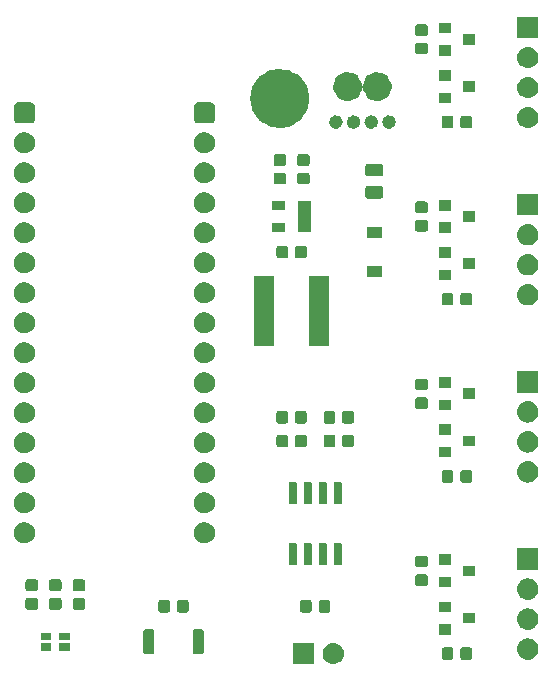
<source format=gbr>
G04 #@! TF.GenerationSoftware,KiCad,Pcbnew,(5.1.0)-1*
G04 #@! TF.CreationDate,2019-09-26T00:11:47-07:00*
G04 #@! TF.ProjectId,design,64657369-676e-42e6-9b69-6361645f7063,rev?*
G04 #@! TF.SameCoordinates,Original*
G04 #@! TF.FileFunction,Soldermask,Top*
G04 #@! TF.FilePolarity,Negative*
%FSLAX46Y46*%
G04 Gerber Fmt 4.6, Leading zero omitted, Abs format (unit mm)*
G04 Created by KiCad (PCBNEW (5.1.0)-1) date 2019-09-26 00:11:47*
%MOMM*%
%LPD*%
G04 APERTURE LIST*
%ADD10C,2.500000*%
%ADD11C,0.700000*%
%ADD12C,1.500000*%
%ADD13C,0.100000*%
G04 APERTURE END LIST*
D10*
X145250000Y-37000000D02*
G75*
G03X145250000Y-37000000I-1250000J0D01*
G01*
D11*
X149000000Y-39000000D02*
G75*
G03X149000000Y-39000000I-250000J0D01*
G01*
X150500000Y-39000000D02*
G75*
G03X150500000Y-39000000I-250000J0D01*
G01*
X152000000Y-39000000D02*
G75*
G03X152000000Y-39000000I-250000J0D01*
G01*
X153500000Y-39000000D02*
G75*
G03X153500000Y-39000000I-250000J0D01*
G01*
D12*
X150250000Y-36000000D02*
G75*
G03X150250000Y-36000000I-500000J0D01*
G01*
X152750000Y-36000000D02*
G75*
G03X152750000Y-36000000I-500000J0D01*
G01*
D13*
G36*
X148650442Y-83105518D02*
G01*
X148716627Y-83112037D01*
X148886466Y-83163557D01*
X149042991Y-83247222D01*
X149075050Y-83273532D01*
X149180186Y-83359814D01*
X149263448Y-83461271D01*
X149292778Y-83497009D01*
X149376443Y-83653534D01*
X149427963Y-83823373D01*
X149445359Y-84000000D01*
X149427963Y-84176627D01*
X149376443Y-84346466D01*
X149292778Y-84502991D01*
X149277998Y-84521000D01*
X149180186Y-84640186D01*
X149078729Y-84723448D01*
X149042991Y-84752778D01*
X148886466Y-84836443D01*
X148716627Y-84887963D01*
X148650442Y-84894482D01*
X148584260Y-84901000D01*
X148495740Y-84901000D01*
X148429558Y-84894482D01*
X148363373Y-84887963D01*
X148193534Y-84836443D01*
X148037009Y-84752778D01*
X148001271Y-84723448D01*
X147899814Y-84640186D01*
X147802002Y-84521000D01*
X147787222Y-84502991D01*
X147703557Y-84346466D01*
X147652037Y-84176627D01*
X147634641Y-84000000D01*
X147652037Y-83823373D01*
X147703557Y-83653534D01*
X147787222Y-83497009D01*
X147816552Y-83461271D01*
X147899814Y-83359814D01*
X148004950Y-83273532D01*
X148037009Y-83247222D01*
X148193534Y-83163557D01*
X148363373Y-83112037D01*
X148429558Y-83105518D01*
X148495740Y-83099000D01*
X148584260Y-83099000D01*
X148650442Y-83105518D01*
X148650442Y-83105518D01*
G37*
G36*
X146901000Y-84901000D02*
G01*
X145099000Y-84901000D01*
X145099000Y-83099000D01*
X146901000Y-83099000D01*
X146901000Y-84901000D01*
X146901000Y-84901000D01*
G37*
G36*
X160129591Y-83478085D02*
G01*
X160163569Y-83488393D01*
X160194890Y-83505134D01*
X160222339Y-83527661D01*
X160244866Y-83555110D01*
X160261607Y-83586431D01*
X160271915Y-83620409D01*
X160276000Y-83661890D01*
X160276000Y-84338110D01*
X160271915Y-84379591D01*
X160261607Y-84413569D01*
X160244866Y-84444890D01*
X160222339Y-84472339D01*
X160194890Y-84494866D01*
X160163569Y-84511607D01*
X160129591Y-84521915D01*
X160088110Y-84526000D01*
X159486890Y-84526000D01*
X159445409Y-84521915D01*
X159411431Y-84511607D01*
X159380110Y-84494866D01*
X159352661Y-84472339D01*
X159330134Y-84444890D01*
X159313393Y-84413569D01*
X159303085Y-84379591D01*
X159299000Y-84338110D01*
X159299000Y-83661890D01*
X159303085Y-83620409D01*
X159313393Y-83586431D01*
X159330134Y-83555110D01*
X159352661Y-83527661D01*
X159380110Y-83505134D01*
X159411431Y-83488393D01*
X159445409Y-83478085D01*
X159486890Y-83474000D01*
X160088110Y-83474000D01*
X160129591Y-83478085D01*
X160129591Y-83478085D01*
G37*
G36*
X158554591Y-83478085D02*
G01*
X158588569Y-83488393D01*
X158619890Y-83505134D01*
X158647339Y-83527661D01*
X158669866Y-83555110D01*
X158686607Y-83586431D01*
X158696915Y-83620409D01*
X158701000Y-83661890D01*
X158701000Y-84338110D01*
X158696915Y-84379591D01*
X158686607Y-84413569D01*
X158669866Y-84444890D01*
X158647339Y-84472339D01*
X158619890Y-84494866D01*
X158588569Y-84511607D01*
X158554591Y-84521915D01*
X158513110Y-84526000D01*
X157911890Y-84526000D01*
X157870409Y-84521915D01*
X157836431Y-84511607D01*
X157805110Y-84494866D01*
X157777661Y-84472339D01*
X157755134Y-84444890D01*
X157738393Y-84413569D01*
X157728085Y-84379591D01*
X157724000Y-84338110D01*
X157724000Y-83661890D01*
X157728085Y-83620409D01*
X157738393Y-83586431D01*
X157755134Y-83555110D01*
X157777661Y-83527661D01*
X157805110Y-83505134D01*
X157836431Y-83488393D01*
X157870409Y-83478085D01*
X157911890Y-83474000D01*
X158513110Y-83474000D01*
X158554591Y-83478085D01*
X158554591Y-83478085D01*
G37*
G36*
X165110443Y-82725519D02*
G01*
X165176627Y-82732037D01*
X165346466Y-82783557D01*
X165502991Y-82867222D01*
X165538729Y-82896552D01*
X165640186Y-82979814D01*
X165723448Y-83081271D01*
X165752778Y-83117009D01*
X165836443Y-83273534D01*
X165887963Y-83443373D01*
X165905359Y-83620000D01*
X165887963Y-83796627D01*
X165836443Y-83966466D01*
X165752778Y-84122991D01*
X165723448Y-84158729D01*
X165640186Y-84260186D01*
X165555846Y-84329401D01*
X165502991Y-84372778D01*
X165346466Y-84456443D01*
X165176627Y-84507963D01*
X165110443Y-84514481D01*
X165044260Y-84521000D01*
X164955740Y-84521000D01*
X164889557Y-84514481D01*
X164823373Y-84507963D01*
X164653534Y-84456443D01*
X164497009Y-84372778D01*
X164444154Y-84329401D01*
X164359814Y-84260186D01*
X164276552Y-84158729D01*
X164247222Y-84122991D01*
X164163557Y-83966466D01*
X164112037Y-83796627D01*
X164094641Y-83620000D01*
X164112037Y-83443373D01*
X164163557Y-83273534D01*
X164247222Y-83117009D01*
X164276552Y-83081271D01*
X164359814Y-82979814D01*
X164461271Y-82896552D01*
X164497009Y-82867222D01*
X164653534Y-82783557D01*
X164823373Y-82732037D01*
X164889557Y-82725519D01*
X164955740Y-82719000D01*
X165044260Y-82719000D01*
X165110443Y-82725519D01*
X165110443Y-82725519D01*
G37*
G36*
X133219683Y-81952725D02*
G01*
X133250143Y-81961966D01*
X133278223Y-81976974D01*
X133302831Y-81997169D01*
X133323026Y-82021777D01*
X133338034Y-82049857D01*
X133347275Y-82080317D01*
X133351000Y-82118140D01*
X133351000Y-83881860D01*
X133347275Y-83919683D01*
X133338034Y-83950143D01*
X133323026Y-83978223D01*
X133302831Y-84002831D01*
X133278223Y-84023026D01*
X133250143Y-84038034D01*
X133219683Y-84047275D01*
X133181860Y-84051000D01*
X132618140Y-84051000D01*
X132580317Y-84047275D01*
X132549857Y-84038034D01*
X132521777Y-84023026D01*
X132497169Y-84002831D01*
X132476974Y-83978223D01*
X132461966Y-83950143D01*
X132452725Y-83919683D01*
X132449000Y-83881860D01*
X132449000Y-82118140D01*
X132452725Y-82080317D01*
X132461966Y-82049857D01*
X132476974Y-82021777D01*
X132497169Y-81997169D01*
X132521777Y-81976974D01*
X132549857Y-81961966D01*
X132580317Y-81952725D01*
X132618140Y-81949000D01*
X133181860Y-81949000D01*
X133219683Y-81952725D01*
X133219683Y-81952725D01*
G37*
G36*
X137419683Y-81952725D02*
G01*
X137450143Y-81961966D01*
X137478223Y-81976974D01*
X137502831Y-81997169D01*
X137523026Y-82021777D01*
X137538034Y-82049857D01*
X137547275Y-82080317D01*
X137551000Y-82118140D01*
X137551000Y-83881860D01*
X137547275Y-83919683D01*
X137538034Y-83950143D01*
X137523026Y-83978223D01*
X137502831Y-84002831D01*
X137478223Y-84023026D01*
X137450143Y-84038034D01*
X137419683Y-84047275D01*
X137381860Y-84051000D01*
X136818140Y-84051000D01*
X136780317Y-84047275D01*
X136749857Y-84038034D01*
X136721777Y-84023026D01*
X136697169Y-84002831D01*
X136676974Y-83978223D01*
X136661966Y-83950143D01*
X136652725Y-83919683D01*
X136649000Y-83881860D01*
X136649000Y-82118140D01*
X136652725Y-82080317D01*
X136661966Y-82049857D01*
X136676974Y-82021777D01*
X136697169Y-81997169D01*
X136721777Y-81976974D01*
X136749857Y-81961966D01*
X136780317Y-81952725D01*
X136818140Y-81949000D01*
X137381860Y-81949000D01*
X137419683Y-81952725D01*
X137419683Y-81952725D01*
G37*
G36*
X126251000Y-83751000D02*
G01*
X125349000Y-83751000D01*
X125349000Y-83149000D01*
X126251000Y-83149000D01*
X126251000Y-83751000D01*
X126251000Y-83751000D01*
G37*
G36*
X124651000Y-83751000D02*
G01*
X123749000Y-83751000D01*
X123749000Y-83149000D01*
X124651000Y-83149000D01*
X124651000Y-83751000D01*
X124651000Y-83751000D01*
G37*
G36*
X124651000Y-82851000D02*
G01*
X123749000Y-82851000D01*
X123749000Y-82249000D01*
X124651000Y-82249000D01*
X124651000Y-82851000D01*
X124651000Y-82851000D01*
G37*
G36*
X126251000Y-82851000D02*
G01*
X125349000Y-82851000D01*
X125349000Y-82249000D01*
X126251000Y-82249000D01*
X126251000Y-82851000D01*
X126251000Y-82851000D01*
G37*
G36*
X158501000Y-82401000D02*
G01*
X157499000Y-82401000D01*
X157499000Y-81499000D01*
X158501000Y-81499000D01*
X158501000Y-82401000D01*
X158501000Y-82401000D01*
G37*
G36*
X165110443Y-80185519D02*
G01*
X165176627Y-80192037D01*
X165346466Y-80243557D01*
X165502991Y-80327222D01*
X165538729Y-80356552D01*
X165640186Y-80439814D01*
X165710916Y-80526000D01*
X165752778Y-80577009D01*
X165836443Y-80733534D01*
X165887963Y-80903373D01*
X165905359Y-81080000D01*
X165887963Y-81256627D01*
X165836443Y-81426466D01*
X165752778Y-81582991D01*
X165723448Y-81618729D01*
X165640186Y-81720186D01*
X165538729Y-81803448D01*
X165502991Y-81832778D01*
X165346466Y-81916443D01*
X165176627Y-81967963D01*
X165110442Y-81974482D01*
X165044260Y-81981000D01*
X164955740Y-81981000D01*
X164889558Y-81974482D01*
X164823373Y-81967963D01*
X164653534Y-81916443D01*
X164497009Y-81832778D01*
X164461271Y-81803448D01*
X164359814Y-81720186D01*
X164276552Y-81618729D01*
X164247222Y-81582991D01*
X164163557Y-81426466D01*
X164112037Y-81256627D01*
X164094641Y-81080000D01*
X164112037Y-80903373D01*
X164163557Y-80733534D01*
X164247222Y-80577009D01*
X164289084Y-80526000D01*
X164359814Y-80439814D01*
X164461271Y-80356552D01*
X164497009Y-80327222D01*
X164653534Y-80243557D01*
X164823373Y-80192037D01*
X164889557Y-80185519D01*
X164955740Y-80179000D01*
X165044260Y-80179000D01*
X165110443Y-80185519D01*
X165110443Y-80185519D01*
G37*
G36*
X160501000Y-81451000D02*
G01*
X159499000Y-81451000D01*
X159499000Y-80549000D01*
X160501000Y-80549000D01*
X160501000Y-81451000D01*
X160501000Y-81451000D01*
G37*
G36*
X148129591Y-79478085D02*
G01*
X148163569Y-79488393D01*
X148194890Y-79505134D01*
X148222339Y-79527661D01*
X148244866Y-79555110D01*
X148261607Y-79586431D01*
X148271915Y-79620409D01*
X148276000Y-79661890D01*
X148276000Y-80338110D01*
X148271915Y-80379591D01*
X148261607Y-80413569D01*
X148244866Y-80444890D01*
X148222339Y-80472339D01*
X148194890Y-80494866D01*
X148163569Y-80511607D01*
X148129591Y-80521915D01*
X148088110Y-80526000D01*
X147486890Y-80526000D01*
X147445409Y-80521915D01*
X147411431Y-80511607D01*
X147380110Y-80494866D01*
X147352661Y-80472339D01*
X147330134Y-80444890D01*
X147313393Y-80413569D01*
X147303085Y-80379591D01*
X147299000Y-80338110D01*
X147299000Y-79661890D01*
X147303085Y-79620409D01*
X147313393Y-79586431D01*
X147330134Y-79555110D01*
X147352661Y-79527661D01*
X147380110Y-79505134D01*
X147411431Y-79488393D01*
X147445409Y-79478085D01*
X147486890Y-79474000D01*
X148088110Y-79474000D01*
X148129591Y-79478085D01*
X148129591Y-79478085D01*
G37*
G36*
X134554591Y-79478085D02*
G01*
X134588569Y-79488393D01*
X134619890Y-79505134D01*
X134647339Y-79527661D01*
X134669866Y-79555110D01*
X134686607Y-79586431D01*
X134696915Y-79620409D01*
X134701000Y-79661890D01*
X134701000Y-80338110D01*
X134696915Y-80379591D01*
X134686607Y-80413569D01*
X134669866Y-80444890D01*
X134647339Y-80472339D01*
X134619890Y-80494866D01*
X134588569Y-80511607D01*
X134554591Y-80521915D01*
X134513110Y-80526000D01*
X133911890Y-80526000D01*
X133870409Y-80521915D01*
X133836431Y-80511607D01*
X133805110Y-80494866D01*
X133777661Y-80472339D01*
X133755134Y-80444890D01*
X133738393Y-80413569D01*
X133728085Y-80379591D01*
X133724000Y-80338110D01*
X133724000Y-79661890D01*
X133728085Y-79620409D01*
X133738393Y-79586431D01*
X133755134Y-79555110D01*
X133777661Y-79527661D01*
X133805110Y-79505134D01*
X133836431Y-79488393D01*
X133870409Y-79478085D01*
X133911890Y-79474000D01*
X134513110Y-79474000D01*
X134554591Y-79478085D01*
X134554591Y-79478085D01*
G37*
G36*
X136129591Y-79478085D02*
G01*
X136163569Y-79488393D01*
X136194890Y-79505134D01*
X136222339Y-79527661D01*
X136244866Y-79555110D01*
X136261607Y-79586431D01*
X136271915Y-79620409D01*
X136276000Y-79661890D01*
X136276000Y-80338110D01*
X136271915Y-80379591D01*
X136261607Y-80413569D01*
X136244866Y-80444890D01*
X136222339Y-80472339D01*
X136194890Y-80494866D01*
X136163569Y-80511607D01*
X136129591Y-80521915D01*
X136088110Y-80526000D01*
X135486890Y-80526000D01*
X135445409Y-80521915D01*
X135411431Y-80511607D01*
X135380110Y-80494866D01*
X135352661Y-80472339D01*
X135330134Y-80444890D01*
X135313393Y-80413569D01*
X135303085Y-80379591D01*
X135299000Y-80338110D01*
X135299000Y-79661890D01*
X135303085Y-79620409D01*
X135313393Y-79586431D01*
X135330134Y-79555110D01*
X135352661Y-79527661D01*
X135380110Y-79505134D01*
X135411431Y-79488393D01*
X135445409Y-79478085D01*
X135486890Y-79474000D01*
X136088110Y-79474000D01*
X136129591Y-79478085D01*
X136129591Y-79478085D01*
G37*
G36*
X146554591Y-79478085D02*
G01*
X146588569Y-79488393D01*
X146619890Y-79505134D01*
X146647339Y-79527661D01*
X146669866Y-79555110D01*
X146686607Y-79586431D01*
X146696915Y-79620409D01*
X146701000Y-79661890D01*
X146701000Y-80338110D01*
X146696915Y-80379591D01*
X146686607Y-80413569D01*
X146669866Y-80444890D01*
X146647339Y-80472339D01*
X146619890Y-80494866D01*
X146588569Y-80511607D01*
X146554591Y-80521915D01*
X146513110Y-80526000D01*
X145911890Y-80526000D01*
X145870409Y-80521915D01*
X145836431Y-80511607D01*
X145805110Y-80494866D01*
X145777661Y-80472339D01*
X145755134Y-80444890D01*
X145738393Y-80413569D01*
X145728085Y-80379591D01*
X145724000Y-80338110D01*
X145724000Y-79661890D01*
X145728085Y-79620409D01*
X145738393Y-79586431D01*
X145755134Y-79555110D01*
X145777661Y-79527661D01*
X145805110Y-79505134D01*
X145836431Y-79488393D01*
X145870409Y-79478085D01*
X145911890Y-79474000D01*
X146513110Y-79474000D01*
X146554591Y-79478085D01*
X146554591Y-79478085D01*
G37*
G36*
X158501000Y-80501000D02*
G01*
X157499000Y-80501000D01*
X157499000Y-79599000D01*
X158501000Y-79599000D01*
X158501000Y-80501000D01*
X158501000Y-80501000D01*
G37*
G36*
X125379591Y-79303085D02*
G01*
X125413569Y-79313393D01*
X125444890Y-79330134D01*
X125472339Y-79352661D01*
X125494866Y-79380110D01*
X125511607Y-79411431D01*
X125521915Y-79445409D01*
X125526000Y-79486890D01*
X125526000Y-80088110D01*
X125521915Y-80129591D01*
X125511607Y-80163569D01*
X125494866Y-80194890D01*
X125472339Y-80222339D01*
X125444890Y-80244866D01*
X125413569Y-80261607D01*
X125379591Y-80271915D01*
X125338110Y-80276000D01*
X124661890Y-80276000D01*
X124620409Y-80271915D01*
X124586431Y-80261607D01*
X124555110Y-80244866D01*
X124527661Y-80222339D01*
X124505134Y-80194890D01*
X124488393Y-80163569D01*
X124478085Y-80129591D01*
X124474000Y-80088110D01*
X124474000Y-79486890D01*
X124478085Y-79445409D01*
X124488393Y-79411431D01*
X124505134Y-79380110D01*
X124527661Y-79352661D01*
X124555110Y-79330134D01*
X124586431Y-79313393D01*
X124620409Y-79303085D01*
X124661890Y-79299000D01*
X125338110Y-79299000D01*
X125379591Y-79303085D01*
X125379591Y-79303085D01*
G37*
G36*
X123379591Y-79303085D02*
G01*
X123413569Y-79313393D01*
X123444890Y-79330134D01*
X123472339Y-79352661D01*
X123494866Y-79380110D01*
X123511607Y-79411431D01*
X123521915Y-79445409D01*
X123526000Y-79486890D01*
X123526000Y-80088110D01*
X123521915Y-80129591D01*
X123511607Y-80163569D01*
X123494866Y-80194890D01*
X123472339Y-80222339D01*
X123444890Y-80244866D01*
X123413569Y-80261607D01*
X123379591Y-80271915D01*
X123338110Y-80276000D01*
X122661890Y-80276000D01*
X122620409Y-80271915D01*
X122586431Y-80261607D01*
X122555110Y-80244866D01*
X122527661Y-80222339D01*
X122505134Y-80194890D01*
X122488393Y-80163569D01*
X122478085Y-80129591D01*
X122474000Y-80088110D01*
X122474000Y-79486890D01*
X122478085Y-79445409D01*
X122488393Y-79411431D01*
X122505134Y-79380110D01*
X122527661Y-79352661D01*
X122555110Y-79330134D01*
X122586431Y-79313393D01*
X122620409Y-79303085D01*
X122661890Y-79299000D01*
X123338110Y-79299000D01*
X123379591Y-79303085D01*
X123379591Y-79303085D01*
G37*
G36*
X127379591Y-79303085D02*
G01*
X127413569Y-79313393D01*
X127444890Y-79330134D01*
X127472339Y-79352661D01*
X127494866Y-79380110D01*
X127511607Y-79411431D01*
X127521915Y-79445409D01*
X127526000Y-79486890D01*
X127526000Y-80088110D01*
X127521915Y-80129591D01*
X127511607Y-80163569D01*
X127494866Y-80194890D01*
X127472339Y-80222339D01*
X127444890Y-80244866D01*
X127413569Y-80261607D01*
X127379591Y-80271915D01*
X127338110Y-80276000D01*
X126661890Y-80276000D01*
X126620409Y-80271915D01*
X126586431Y-80261607D01*
X126555110Y-80244866D01*
X126527661Y-80222339D01*
X126505134Y-80194890D01*
X126488393Y-80163569D01*
X126478085Y-80129591D01*
X126474000Y-80088110D01*
X126474000Y-79486890D01*
X126478085Y-79445409D01*
X126488393Y-79411431D01*
X126505134Y-79380110D01*
X126527661Y-79352661D01*
X126555110Y-79330134D01*
X126586431Y-79313393D01*
X126620409Y-79303085D01*
X126661890Y-79299000D01*
X127338110Y-79299000D01*
X127379591Y-79303085D01*
X127379591Y-79303085D01*
G37*
G36*
X165110442Y-77645518D02*
G01*
X165176627Y-77652037D01*
X165346466Y-77703557D01*
X165502991Y-77787222D01*
X165513125Y-77795539D01*
X165640186Y-77899814D01*
X165696349Y-77968250D01*
X165752778Y-78037009D01*
X165752779Y-78037011D01*
X165802265Y-78129591D01*
X165836443Y-78193534D01*
X165887963Y-78363373D01*
X165905359Y-78540000D01*
X165887963Y-78716627D01*
X165836443Y-78886466D01*
X165752778Y-79042991D01*
X165723448Y-79078729D01*
X165640186Y-79180186D01*
X165538729Y-79263448D01*
X165502991Y-79292778D01*
X165346466Y-79376443D01*
X165176627Y-79427963D01*
X165110443Y-79434481D01*
X165044260Y-79441000D01*
X164955740Y-79441000D01*
X164889557Y-79434481D01*
X164823373Y-79427963D01*
X164653534Y-79376443D01*
X164497009Y-79292778D01*
X164461271Y-79263448D01*
X164359814Y-79180186D01*
X164276552Y-79078729D01*
X164247222Y-79042991D01*
X164163557Y-78886466D01*
X164112037Y-78716627D01*
X164094641Y-78540000D01*
X164112037Y-78363373D01*
X164163557Y-78193534D01*
X164197736Y-78129591D01*
X164247221Y-78037011D01*
X164247222Y-78037009D01*
X164303651Y-77968250D01*
X164359814Y-77899814D01*
X164486875Y-77795539D01*
X164497009Y-77787222D01*
X164653534Y-77703557D01*
X164823373Y-77652037D01*
X164889558Y-77645518D01*
X164955740Y-77639000D01*
X165044260Y-77639000D01*
X165110442Y-77645518D01*
X165110442Y-77645518D01*
G37*
G36*
X123379591Y-77728085D02*
G01*
X123413569Y-77738393D01*
X123444890Y-77755134D01*
X123472339Y-77777661D01*
X123494866Y-77805110D01*
X123511607Y-77836431D01*
X123521915Y-77870409D01*
X123526000Y-77911890D01*
X123526000Y-78513110D01*
X123521915Y-78554591D01*
X123511607Y-78588569D01*
X123494866Y-78619890D01*
X123472339Y-78647339D01*
X123444890Y-78669866D01*
X123413569Y-78686607D01*
X123379591Y-78696915D01*
X123338110Y-78701000D01*
X122661890Y-78701000D01*
X122620409Y-78696915D01*
X122586431Y-78686607D01*
X122555110Y-78669866D01*
X122527661Y-78647339D01*
X122505134Y-78619890D01*
X122488393Y-78588569D01*
X122478085Y-78554591D01*
X122474000Y-78513110D01*
X122474000Y-77911890D01*
X122478085Y-77870409D01*
X122488393Y-77836431D01*
X122505134Y-77805110D01*
X122527661Y-77777661D01*
X122555110Y-77755134D01*
X122586431Y-77738393D01*
X122620409Y-77728085D01*
X122661890Y-77724000D01*
X123338110Y-77724000D01*
X123379591Y-77728085D01*
X123379591Y-77728085D01*
G37*
G36*
X125379591Y-77728085D02*
G01*
X125413569Y-77738393D01*
X125444890Y-77755134D01*
X125472339Y-77777661D01*
X125494866Y-77805110D01*
X125511607Y-77836431D01*
X125521915Y-77870409D01*
X125526000Y-77911890D01*
X125526000Y-78513110D01*
X125521915Y-78554591D01*
X125511607Y-78588569D01*
X125494866Y-78619890D01*
X125472339Y-78647339D01*
X125444890Y-78669866D01*
X125413569Y-78686607D01*
X125379591Y-78696915D01*
X125338110Y-78701000D01*
X124661890Y-78701000D01*
X124620409Y-78696915D01*
X124586431Y-78686607D01*
X124555110Y-78669866D01*
X124527661Y-78647339D01*
X124505134Y-78619890D01*
X124488393Y-78588569D01*
X124478085Y-78554591D01*
X124474000Y-78513110D01*
X124474000Y-77911890D01*
X124478085Y-77870409D01*
X124488393Y-77836431D01*
X124505134Y-77805110D01*
X124527661Y-77777661D01*
X124555110Y-77755134D01*
X124586431Y-77738393D01*
X124620409Y-77728085D01*
X124661890Y-77724000D01*
X125338110Y-77724000D01*
X125379591Y-77728085D01*
X125379591Y-77728085D01*
G37*
G36*
X127379591Y-77728085D02*
G01*
X127413569Y-77738393D01*
X127444890Y-77755134D01*
X127472339Y-77777661D01*
X127494866Y-77805110D01*
X127511607Y-77836431D01*
X127521915Y-77870409D01*
X127526000Y-77911890D01*
X127526000Y-78513110D01*
X127521915Y-78554591D01*
X127511607Y-78588569D01*
X127494866Y-78619890D01*
X127472339Y-78647339D01*
X127444890Y-78669866D01*
X127413569Y-78686607D01*
X127379591Y-78696915D01*
X127338110Y-78701000D01*
X126661890Y-78701000D01*
X126620409Y-78696915D01*
X126586431Y-78686607D01*
X126555110Y-78669866D01*
X126527661Y-78647339D01*
X126505134Y-78619890D01*
X126488393Y-78588569D01*
X126478085Y-78554591D01*
X126474000Y-78513110D01*
X126474000Y-77911890D01*
X126478085Y-77870409D01*
X126488393Y-77836431D01*
X126505134Y-77805110D01*
X126527661Y-77777661D01*
X126555110Y-77755134D01*
X126586431Y-77738393D01*
X126620409Y-77728085D01*
X126661890Y-77724000D01*
X127338110Y-77724000D01*
X127379591Y-77728085D01*
X127379591Y-77728085D01*
G37*
G36*
X158501000Y-78401000D02*
G01*
X157499000Y-78401000D01*
X157499000Y-77499000D01*
X158501000Y-77499000D01*
X158501000Y-78401000D01*
X158501000Y-78401000D01*
G37*
G36*
X156379591Y-77303085D02*
G01*
X156413569Y-77313393D01*
X156444890Y-77330134D01*
X156472339Y-77352661D01*
X156494866Y-77380110D01*
X156511607Y-77411431D01*
X156521915Y-77445409D01*
X156526000Y-77486890D01*
X156526000Y-78088110D01*
X156521915Y-78129591D01*
X156511607Y-78163569D01*
X156494866Y-78194890D01*
X156472339Y-78222339D01*
X156444890Y-78244866D01*
X156413569Y-78261607D01*
X156379591Y-78271915D01*
X156338110Y-78276000D01*
X155661890Y-78276000D01*
X155620409Y-78271915D01*
X155586431Y-78261607D01*
X155555110Y-78244866D01*
X155527661Y-78222339D01*
X155505134Y-78194890D01*
X155488393Y-78163569D01*
X155478085Y-78129591D01*
X155474000Y-78088110D01*
X155474000Y-77486890D01*
X155478085Y-77445409D01*
X155488393Y-77411431D01*
X155505134Y-77380110D01*
X155527661Y-77352661D01*
X155555110Y-77330134D01*
X155586431Y-77313393D01*
X155620409Y-77303085D01*
X155661890Y-77299000D01*
X156338110Y-77299000D01*
X156379591Y-77303085D01*
X156379591Y-77303085D01*
G37*
G36*
X160501000Y-77451000D02*
G01*
X159499000Y-77451000D01*
X159499000Y-76549000D01*
X160501000Y-76549000D01*
X160501000Y-77451000D01*
X160501000Y-77451000D01*
G37*
G36*
X165901000Y-76901000D02*
G01*
X164099000Y-76901000D01*
X164099000Y-75099000D01*
X165901000Y-75099000D01*
X165901000Y-76901000D01*
X165901000Y-76901000D01*
G37*
G36*
X156379591Y-75728085D02*
G01*
X156413569Y-75738393D01*
X156444890Y-75755134D01*
X156472339Y-75777661D01*
X156494866Y-75805110D01*
X156511607Y-75836431D01*
X156521915Y-75870409D01*
X156526000Y-75911890D01*
X156526000Y-76513110D01*
X156521915Y-76554591D01*
X156511607Y-76588569D01*
X156494866Y-76619890D01*
X156472339Y-76647339D01*
X156444890Y-76669866D01*
X156413569Y-76686607D01*
X156379591Y-76696915D01*
X156338110Y-76701000D01*
X155661890Y-76701000D01*
X155620409Y-76696915D01*
X155586431Y-76686607D01*
X155555110Y-76669866D01*
X155527661Y-76647339D01*
X155505134Y-76619890D01*
X155488393Y-76588569D01*
X155478085Y-76554591D01*
X155474000Y-76513110D01*
X155474000Y-75911890D01*
X155478085Y-75870409D01*
X155488393Y-75836431D01*
X155505134Y-75805110D01*
X155527661Y-75777661D01*
X155555110Y-75755134D01*
X155586431Y-75738393D01*
X155620409Y-75728085D01*
X155661890Y-75724000D01*
X156338110Y-75724000D01*
X156379591Y-75728085D01*
X156379591Y-75728085D01*
G37*
G36*
X145354928Y-74651764D02*
G01*
X145376009Y-74658160D01*
X145395445Y-74668548D01*
X145412476Y-74682524D01*
X145426452Y-74699555D01*
X145436840Y-74718991D01*
X145443236Y-74740072D01*
X145446000Y-74768140D01*
X145446000Y-76381860D01*
X145443236Y-76409928D01*
X145436840Y-76431009D01*
X145426452Y-76450445D01*
X145412476Y-76467476D01*
X145395445Y-76481452D01*
X145376009Y-76491840D01*
X145354928Y-76498236D01*
X145326860Y-76501000D01*
X144863140Y-76501000D01*
X144835072Y-76498236D01*
X144813991Y-76491840D01*
X144794555Y-76481452D01*
X144777524Y-76467476D01*
X144763548Y-76450445D01*
X144753160Y-76431009D01*
X144746764Y-76409928D01*
X144744000Y-76381860D01*
X144744000Y-74768140D01*
X144746764Y-74740072D01*
X144753160Y-74718991D01*
X144763548Y-74699555D01*
X144777524Y-74682524D01*
X144794555Y-74668548D01*
X144813991Y-74658160D01*
X144835072Y-74651764D01*
X144863140Y-74649000D01*
X145326860Y-74649000D01*
X145354928Y-74651764D01*
X145354928Y-74651764D01*
G37*
G36*
X158501000Y-76501000D02*
G01*
X157499000Y-76501000D01*
X157499000Y-75599000D01*
X158501000Y-75599000D01*
X158501000Y-76501000D01*
X158501000Y-76501000D01*
G37*
G36*
X146624928Y-74651764D02*
G01*
X146646009Y-74658160D01*
X146665445Y-74668548D01*
X146682476Y-74682524D01*
X146696452Y-74699555D01*
X146706840Y-74718991D01*
X146713236Y-74740072D01*
X146716000Y-74768140D01*
X146716000Y-76381860D01*
X146713236Y-76409928D01*
X146706840Y-76431009D01*
X146696452Y-76450445D01*
X146682476Y-76467476D01*
X146665445Y-76481452D01*
X146646009Y-76491840D01*
X146624928Y-76498236D01*
X146596860Y-76501000D01*
X146133140Y-76501000D01*
X146105072Y-76498236D01*
X146083991Y-76491840D01*
X146064555Y-76481452D01*
X146047524Y-76467476D01*
X146033548Y-76450445D01*
X146023160Y-76431009D01*
X146016764Y-76409928D01*
X146014000Y-76381860D01*
X146014000Y-74768140D01*
X146016764Y-74740072D01*
X146023160Y-74718991D01*
X146033548Y-74699555D01*
X146047524Y-74682524D01*
X146064555Y-74668548D01*
X146083991Y-74658160D01*
X146105072Y-74651764D01*
X146133140Y-74649000D01*
X146596860Y-74649000D01*
X146624928Y-74651764D01*
X146624928Y-74651764D01*
G37*
G36*
X149164928Y-74651764D02*
G01*
X149186009Y-74658160D01*
X149205445Y-74668548D01*
X149222476Y-74682524D01*
X149236452Y-74699555D01*
X149246840Y-74718991D01*
X149253236Y-74740072D01*
X149256000Y-74768140D01*
X149256000Y-76381860D01*
X149253236Y-76409928D01*
X149246840Y-76431009D01*
X149236452Y-76450445D01*
X149222476Y-76467476D01*
X149205445Y-76481452D01*
X149186009Y-76491840D01*
X149164928Y-76498236D01*
X149136860Y-76501000D01*
X148673140Y-76501000D01*
X148645072Y-76498236D01*
X148623991Y-76491840D01*
X148604555Y-76481452D01*
X148587524Y-76467476D01*
X148573548Y-76450445D01*
X148563160Y-76431009D01*
X148556764Y-76409928D01*
X148554000Y-76381860D01*
X148554000Y-74768140D01*
X148556764Y-74740072D01*
X148563160Y-74718991D01*
X148573548Y-74699555D01*
X148587524Y-74682524D01*
X148604555Y-74668548D01*
X148623991Y-74658160D01*
X148645072Y-74651764D01*
X148673140Y-74649000D01*
X149136860Y-74649000D01*
X149164928Y-74651764D01*
X149164928Y-74651764D01*
G37*
G36*
X147894928Y-74651764D02*
G01*
X147916009Y-74658160D01*
X147935445Y-74668548D01*
X147952476Y-74682524D01*
X147966452Y-74699555D01*
X147976840Y-74718991D01*
X147983236Y-74740072D01*
X147986000Y-74768140D01*
X147986000Y-76381860D01*
X147983236Y-76409928D01*
X147976840Y-76431009D01*
X147966452Y-76450445D01*
X147952476Y-76467476D01*
X147935445Y-76481452D01*
X147916009Y-76491840D01*
X147894928Y-76498236D01*
X147866860Y-76501000D01*
X147403140Y-76501000D01*
X147375072Y-76498236D01*
X147353991Y-76491840D01*
X147334555Y-76481452D01*
X147317524Y-76467476D01*
X147303548Y-76450445D01*
X147293160Y-76431009D01*
X147286764Y-76409928D01*
X147284000Y-76381860D01*
X147284000Y-74768140D01*
X147286764Y-74740072D01*
X147293160Y-74718991D01*
X147303548Y-74699555D01*
X147317524Y-74682524D01*
X147334555Y-74668548D01*
X147353991Y-74658160D01*
X147375072Y-74651764D01*
X147403140Y-74649000D01*
X147866860Y-74649000D01*
X147894928Y-74651764D01*
X147894928Y-74651764D01*
G37*
G36*
X137733512Y-72883927D02*
G01*
X137882812Y-72913624D01*
X138046784Y-72981544D01*
X138194354Y-73080147D01*
X138319853Y-73205646D01*
X138418456Y-73353216D01*
X138486376Y-73517188D01*
X138521000Y-73691259D01*
X138521000Y-73868741D01*
X138486376Y-74042812D01*
X138418456Y-74206784D01*
X138319853Y-74354354D01*
X138194354Y-74479853D01*
X138046784Y-74578456D01*
X137882812Y-74646376D01*
X137733512Y-74676073D01*
X137708742Y-74681000D01*
X137531258Y-74681000D01*
X137506488Y-74676073D01*
X137357188Y-74646376D01*
X137193216Y-74578456D01*
X137045646Y-74479853D01*
X136920147Y-74354354D01*
X136821544Y-74206784D01*
X136753624Y-74042812D01*
X136719000Y-73868741D01*
X136719000Y-73691259D01*
X136753624Y-73517188D01*
X136821544Y-73353216D01*
X136920147Y-73205646D01*
X137045646Y-73080147D01*
X137193216Y-72981544D01*
X137357188Y-72913624D01*
X137506488Y-72883927D01*
X137531258Y-72879000D01*
X137708742Y-72879000D01*
X137733512Y-72883927D01*
X137733512Y-72883927D01*
G37*
G36*
X122493512Y-72883927D02*
G01*
X122642812Y-72913624D01*
X122806784Y-72981544D01*
X122954354Y-73080147D01*
X123079853Y-73205646D01*
X123178456Y-73353216D01*
X123246376Y-73517188D01*
X123281000Y-73691259D01*
X123281000Y-73868741D01*
X123246376Y-74042812D01*
X123178456Y-74206784D01*
X123079853Y-74354354D01*
X122954354Y-74479853D01*
X122806784Y-74578456D01*
X122642812Y-74646376D01*
X122493512Y-74676073D01*
X122468742Y-74681000D01*
X122291258Y-74681000D01*
X122266488Y-74676073D01*
X122117188Y-74646376D01*
X121953216Y-74578456D01*
X121805646Y-74479853D01*
X121680147Y-74354354D01*
X121581544Y-74206784D01*
X121513624Y-74042812D01*
X121479000Y-73868741D01*
X121479000Y-73691259D01*
X121513624Y-73517188D01*
X121581544Y-73353216D01*
X121680147Y-73205646D01*
X121805646Y-73080147D01*
X121953216Y-72981544D01*
X122117188Y-72913624D01*
X122266488Y-72883927D01*
X122291258Y-72879000D01*
X122468742Y-72879000D01*
X122493512Y-72883927D01*
X122493512Y-72883927D01*
G37*
G36*
X137733512Y-70343927D02*
G01*
X137882812Y-70373624D01*
X138046784Y-70441544D01*
X138194354Y-70540147D01*
X138319853Y-70665646D01*
X138418456Y-70813216D01*
X138486376Y-70977188D01*
X138521000Y-71151259D01*
X138521000Y-71328741D01*
X138486376Y-71502812D01*
X138418456Y-71666784D01*
X138319853Y-71814354D01*
X138194354Y-71939853D01*
X138046784Y-72038456D01*
X137882812Y-72106376D01*
X137733512Y-72136073D01*
X137708742Y-72141000D01*
X137531258Y-72141000D01*
X137506488Y-72136073D01*
X137357188Y-72106376D01*
X137193216Y-72038456D01*
X137045646Y-71939853D01*
X136920147Y-71814354D01*
X136821544Y-71666784D01*
X136753624Y-71502812D01*
X136719000Y-71328741D01*
X136719000Y-71151259D01*
X136753624Y-70977188D01*
X136821544Y-70813216D01*
X136920147Y-70665646D01*
X137045646Y-70540147D01*
X137193216Y-70441544D01*
X137357188Y-70373624D01*
X137506488Y-70343927D01*
X137531258Y-70339000D01*
X137708742Y-70339000D01*
X137733512Y-70343927D01*
X137733512Y-70343927D01*
G37*
G36*
X122493512Y-70343927D02*
G01*
X122642812Y-70373624D01*
X122806784Y-70441544D01*
X122954354Y-70540147D01*
X123079853Y-70665646D01*
X123178456Y-70813216D01*
X123246376Y-70977188D01*
X123281000Y-71151259D01*
X123281000Y-71328741D01*
X123246376Y-71502812D01*
X123178456Y-71666784D01*
X123079853Y-71814354D01*
X122954354Y-71939853D01*
X122806784Y-72038456D01*
X122642812Y-72106376D01*
X122493512Y-72136073D01*
X122468742Y-72141000D01*
X122291258Y-72141000D01*
X122266488Y-72136073D01*
X122117188Y-72106376D01*
X121953216Y-72038456D01*
X121805646Y-71939853D01*
X121680147Y-71814354D01*
X121581544Y-71666784D01*
X121513624Y-71502812D01*
X121479000Y-71328741D01*
X121479000Y-71151259D01*
X121513624Y-70977188D01*
X121581544Y-70813216D01*
X121680147Y-70665646D01*
X121805646Y-70540147D01*
X121953216Y-70441544D01*
X122117188Y-70373624D01*
X122266488Y-70343927D01*
X122291258Y-70339000D01*
X122468742Y-70339000D01*
X122493512Y-70343927D01*
X122493512Y-70343927D01*
G37*
G36*
X145354928Y-69501764D02*
G01*
X145376009Y-69508160D01*
X145395445Y-69518548D01*
X145412476Y-69532524D01*
X145426452Y-69549555D01*
X145436840Y-69568991D01*
X145443236Y-69590072D01*
X145446000Y-69618140D01*
X145446000Y-71231860D01*
X145443236Y-71259928D01*
X145436840Y-71281009D01*
X145426452Y-71300445D01*
X145412476Y-71317476D01*
X145395445Y-71331452D01*
X145376009Y-71341840D01*
X145354928Y-71348236D01*
X145326860Y-71351000D01*
X144863140Y-71351000D01*
X144835072Y-71348236D01*
X144813991Y-71341840D01*
X144794555Y-71331452D01*
X144777524Y-71317476D01*
X144763548Y-71300445D01*
X144753160Y-71281009D01*
X144746764Y-71259928D01*
X144744000Y-71231860D01*
X144744000Y-69618140D01*
X144746764Y-69590072D01*
X144753160Y-69568991D01*
X144763548Y-69549555D01*
X144777524Y-69532524D01*
X144794555Y-69518548D01*
X144813991Y-69508160D01*
X144835072Y-69501764D01*
X144863140Y-69499000D01*
X145326860Y-69499000D01*
X145354928Y-69501764D01*
X145354928Y-69501764D01*
G37*
G36*
X149164928Y-69501764D02*
G01*
X149186009Y-69508160D01*
X149205445Y-69518548D01*
X149222476Y-69532524D01*
X149236452Y-69549555D01*
X149246840Y-69568991D01*
X149253236Y-69590072D01*
X149256000Y-69618140D01*
X149256000Y-71231860D01*
X149253236Y-71259928D01*
X149246840Y-71281009D01*
X149236452Y-71300445D01*
X149222476Y-71317476D01*
X149205445Y-71331452D01*
X149186009Y-71341840D01*
X149164928Y-71348236D01*
X149136860Y-71351000D01*
X148673140Y-71351000D01*
X148645072Y-71348236D01*
X148623991Y-71341840D01*
X148604555Y-71331452D01*
X148587524Y-71317476D01*
X148573548Y-71300445D01*
X148563160Y-71281009D01*
X148556764Y-71259928D01*
X148554000Y-71231860D01*
X148554000Y-69618140D01*
X148556764Y-69590072D01*
X148563160Y-69568991D01*
X148573548Y-69549555D01*
X148587524Y-69532524D01*
X148604555Y-69518548D01*
X148623991Y-69508160D01*
X148645072Y-69501764D01*
X148673140Y-69499000D01*
X149136860Y-69499000D01*
X149164928Y-69501764D01*
X149164928Y-69501764D01*
G37*
G36*
X147894928Y-69501764D02*
G01*
X147916009Y-69508160D01*
X147935445Y-69518548D01*
X147952476Y-69532524D01*
X147966452Y-69549555D01*
X147976840Y-69568991D01*
X147983236Y-69590072D01*
X147986000Y-69618140D01*
X147986000Y-71231860D01*
X147983236Y-71259928D01*
X147976840Y-71281009D01*
X147966452Y-71300445D01*
X147952476Y-71317476D01*
X147935445Y-71331452D01*
X147916009Y-71341840D01*
X147894928Y-71348236D01*
X147866860Y-71351000D01*
X147403140Y-71351000D01*
X147375072Y-71348236D01*
X147353991Y-71341840D01*
X147334555Y-71331452D01*
X147317524Y-71317476D01*
X147303548Y-71300445D01*
X147293160Y-71281009D01*
X147286764Y-71259928D01*
X147284000Y-71231860D01*
X147284000Y-69618140D01*
X147286764Y-69590072D01*
X147293160Y-69568991D01*
X147303548Y-69549555D01*
X147317524Y-69532524D01*
X147334555Y-69518548D01*
X147353991Y-69508160D01*
X147375072Y-69501764D01*
X147403140Y-69499000D01*
X147866860Y-69499000D01*
X147894928Y-69501764D01*
X147894928Y-69501764D01*
G37*
G36*
X146624928Y-69501764D02*
G01*
X146646009Y-69508160D01*
X146665445Y-69518548D01*
X146682476Y-69532524D01*
X146696452Y-69549555D01*
X146706840Y-69568991D01*
X146713236Y-69590072D01*
X146716000Y-69618140D01*
X146716000Y-71231860D01*
X146713236Y-71259928D01*
X146706840Y-71281009D01*
X146696452Y-71300445D01*
X146682476Y-71317476D01*
X146665445Y-71331452D01*
X146646009Y-71341840D01*
X146624928Y-71348236D01*
X146596860Y-71351000D01*
X146133140Y-71351000D01*
X146105072Y-71348236D01*
X146083991Y-71341840D01*
X146064555Y-71331452D01*
X146047524Y-71317476D01*
X146033548Y-71300445D01*
X146023160Y-71281009D01*
X146016764Y-71259928D01*
X146014000Y-71231860D01*
X146014000Y-69618140D01*
X146016764Y-69590072D01*
X146023160Y-69568991D01*
X146033548Y-69549555D01*
X146047524Y-69532524D01*
X146064555Y-69518548D01*
X146083991Y-69508160D01*
X146105072Y-69501764D01*
X146133140Y-69499000D01*
X146596860Y-69499000D01*
X146624928Y-69501764D01*
X146624928Y-69501764D01*
G37*
G36*
X137733512Y-67803927D02*
G01*
X137882812Y-67833624D01*
X138046784Y-67901544D01*
X138194354Y-68000147D01*
X138319853Y-68125646D01*
X138418456Y-68273216D01*
X138486376Y-68437188D01*
X138515290Y-68582552D01*
X138521000Y-68611258D01*
X138521000Y-68788742D01*
X138516073Y-68813512D01*
X138486376Y-68962812D01*
X138418456Y-69126784D01*
X138319853Y-69274354D01*
X138194354Y-69399853D01*
X138046784Y-69498456D01*
X137882812Y-69566376D01*
X137733512Y-69596073D01*
X137708742Y-69601000D01*
X137531258Y-69601000D01*
X137506488Y-69596073D01*
X137357188Y-69566376D01*
X137193216Y-69498456D01*
X137045646Y-69399853D01*
X136920147Y-69274354D01*
X136821544Y-69126784D01*
X136753624Y-68962812D01*
X136723927Y-68813512D01*
X136719000Y-68788742D01*
X136719000Y-68611258D01*
X136724710Y-68582552D01*
X136753624Y-68437188D01*
X136821544Y-68273216D01*
X136920147Y-68125646D01*
X137045646Y-68000147D01*
X137193216Y-67901544D01*
X137357188Y-67833624D01*
X137506488Y-67803927D01*
X137531258Y-67799000D01*
X137708742Y-67799000D01*
X137733512Y-67803927D01*
X137733512Y-67803927D01*
G37*
G36*
X122493512Y-67803927D02*
G01*
X122642812Y-67833624D01*
X122806784Y-67901544D01*
X122954354Y-68000147D01*
X123079853Y-68125646D01*
X123178456Y-68273216D01*
X123246376Y-68437188D01*
X123275290Y-68582552D01*
X123281000Y-68611258D01*
X123281000Y-68788742D01*
X123276073Y-68813512D01*
X123246376Y-68962812D01*
X123178456Y-69126784D01*
X123079853Y-69274354D01*
X122954354Y-69399853D01*
X122806784Y-69498456D01*
X122642812Y-69566376D01*
X122493512Y-69596073D01*
X122468742Y-69601000D01*
X122291258Y-69601000D01*
X122266488Y-69596073D01*
X122117188Y-69566376D01*
X121953216Y-69498456D01*
X121805646Y-69399853D01*
X121680147Y-69274354D01*
X121581544Y-69126784D01*
X121513624Y-68962812D01*
X121483927Y-68813512D01*
X121479000Y-68788742D01*
X121479000Y-68611258D01*
X121484710Y-68582552D01*
X121513624Y-68437188D01*
X121581544Y-68273216D01*
X121680147Y-68125646D01*
X121805646Y-68000147D01*
X121953216Y-67901544D01*
X122117188Y-67833624D01*
X122266488Y-67803927D01*
X122291258Y-67799000D01*
X122468742Y-67799000D01*
X122493512Y-67803927D01*
X122493512Y-67803927D01*
G37*
G36*
X160129591Y-68478085D02*
G01*
X160163569Y-68488393D01*
X160194890Y-68505134D01*
X160222339Y-68527661D01*
X160244866Y-68555110D01*
X160261607Y-68586431D01*
X160271915Y-68620409D01*
X160276000Y-68661890D01*
X160276000Y-69338110D01*
X160271915Y-69379591D01*
X160261607Y-69413569D01*
X160244866Y-69444890D01*
X160222339Y-69472339D01*
X160194890Y-69494866D01*
X160163569Y-69511607D01*
X160129591Y-69521915D01*
X160088110Y-69526000D01*
X159486890Y-69526000D01*
X159445409Y-69521915D01*
X159411431Y-69511607D01*
X159380110Y-69494866D01*
X159352661Y-69472339D01*
X159330134Y-69444890D01*
X159313393Y-69413569D01*
X159303085Y-69379591D01*
X159299000Y-69338110D01*
X159299000Y-68661890D01*
X159303085Y-68620409D01*
X159313393Y-68586431D01*
X159330134Y-68555110D01*
X159352661Y-68527661D01*
X159380110Y-68505134D01*
X159411431Y-68488393D01*
X159445409Y-68478085D01*
X159486890Y-68474000D01*
X160088110Y-68474000D01*
X160129591Y-68478085D01*
X160129591Y-68478085D01*
G37*
G36*
X158554591Y-68478085D02*
G01*
X158588569Y-68488393D01*
X158619890Y-68505134D01*
X158647339Y-68527661D01*
X158669866Y-68555110D01*
X158686607Y-68586431D01*
X158696915Y-68620409D01*
X158701000Y-68661890D01*
X158701000Y-69338110D01*
X158696915Y-69379591D01*
X158686607Y-69413569D01*
X158669866Y-69444890D01*
X158647339Y-69472339D01*
X158619890Y-69494866D01*
X158588569Y-69511607D01*
X158554591Y-69521915D01*
X158513110Y-69526000D01*
X157911890Y-69526000D01*
X157870409Y-69521915D01*
X157836431Y-69511607D01*
X157805110Y-69494866D01*
X157777661Y-69472339D01*
X157755134Y-69444890D01*
X157738393Y-69413569D01*
X157728085Y-69379591D01*
X157724000Y-69338110D01*
X157724000Y-68661890D01*
X157728085Y-68620409D01*
X157738393Y-68586431D01*
X157755134Y-68555110D01*
X157777661Y-68527661D01*
X157805110Y-68505134D01*
X157836431Y-68488393D01*
X157870409Y-68478085D01*
X157911890Y-68474000D01*
X158513110Y-68474000D01*
X158554591Y-68478085D01*
X158554591Y-68478085D01*
G37*
G36*
X165110442Y-67725518D02*
G01*
X165176627Y-67732037D01*
X165346466Y-67783557D01*
X165502991Y-67867222D01*
X165538729Y-67896552D01*
X165640186Y-67979814D01*
X165723448Y-68081271D01*
X165752778Y-68117009D01*
X165836443Y-68273534D01*
X165887963Y-68443373D01*
X165905359Y-68620000D01*
X165887963Y-68796627D01*
X165836443Y-68966466D01*
X165752778Y-69122991D01*
X165749665Y-69126784D01*
X165640186Y-69260186D01*
X165555846Y-69329401D01*
X165502991Y-69372778D01*
X165346466Y-69456443D01*
X165176627Y-69507963D01*
X165110442Y-69514482D01*
X165044260Y-69521000D01*
X164955740Y-69521000D01*
X164889558Y-69514482D01*
X164823373Y-69507963D01*
X164653534Y-69456443D01*
X164497009Y-69372778D01*
X164444154Y-69329401D01*
X164359814Y-69260186D01*
X164250335Y-69126784D01*
X164247222Y-69122991D01*
X164163557Y-68966466D01*
X164112037Y-68796627D01*
X164094641Y-68620000D01*
X164112037Y-68443373D01*
X164163557Y-68273534D01*
X164247222Y-68117009D01*
X164276552Y-68081271D01*
X164359814Y-67979814D01*
X164461271Y-67896552D01*
X164497009Y-67867222D01*
X164653534Y-67783557D01*
X164823373Y-67732037D01*
X164889558Y-67725518D01*
X164955740Y-67719000D01*
X165044260Y-67719000D01*
X165110442Y-67725518D01*
X165110442Y-67725518D01*
G37*
G36*
X158501000Y-67401000D02*
G01*
X157499000Y-67401000D01*
X157499000Y-66499000D01*
X158501000Y-66499000D01*
X158501000Y-67401000D01*
X158501000Y-67401000D01*
G37*
G36*
X137733512Y-65263927D02*
G01*
X137882812Y-65293624D01*
X138046784Y-65361544D01*
X138194354Y-65460147D01*
X138319853Y-65585646D01*
X138418456Y-65733216D01*
X138486376Y-65897188D01*
X138516073Y-66046488D01*
X138521000Y-66071258D01*
X138521000Y-66248742D01*
X138516073Y-66273512D01*
X138486376Y-66422812D01*
X138418456Y-66586784D01*
X138319853Y-66734354D01*
X138194354Y-66859853D01*
X138046784Y-66958456D01*
X137882812Y-67026376D01*
X137733512Y-67056073D01*
X137708742Y-67061000D01*
X137531258Y-67061000D01*
X137506488Y-67056073D01*
X137357188Y-67026376D01*
X137193216Y-66958456D01*
X137045646Y-66859853D01*
X136920147Y-66734354D01*
X136821544Y-66586784D01*
X136753624Y-66422812D01*
X136723927Y-66273512D01*
X136719000Y-66248742D01*
X136719000Y-66071258D01*
X136723927Y-66046488D01*
X136753624Y-65897188D01*
X136821544Y-65733216D01*
X136920147Y-65585646D01*
X137045646Y-65460147D01*
X137193216Y-65361544D01*
X137357188Y-65293624D01*
X137506488Y-65263927D01*
X137531258Y-65259000D01*
X137708742Y-65259000D01*
X137733512Y-65263927D01*
X137733512Y-65263927D01*
G37*
G36*
X122493512Y-65263927D02*
G01*
X122642812Y-65293624D01*
X122806784Y-65361544D01*
X122954354Y-65460147D01*
X123079853Y-65585646D01*
X123178456Y-65733216D01*
X123246376Y-65897188D01*
X123276073Y-66046488D01*
X123281000Y-66071258D01*
X123281000Y-66248742D01*
X123276073Y-66273512D01*
X123246376Y-66422812D01*
X123178456Y-66586784D01*
X123079853Y-66734354D01*
X122954354Y-66859853D01*
X122806784Y-66958456D01*
X122642812Y-67026376D01*
X122493512Y-67056073D01*
X122468742Y-67061000D01*
X122291258Y-67061000D01*
X122266488Y-67056073D01*
X122117188Y-67026376D01*
X121953216Y-66958456D01*
X121805646Y-66859853D01*
X121680147Y-66734354D01*
X121581544Y-66586784D01*
X121513624Y-66422812D01*
X121483927Y-66273512D01*
X121479000Y-66248742D01*
X121479000Y-66071258D01*
X121483927Y-66046488D01*
X121513624Y-65897188D01*
X121581544Y-65733216D01*
X121680147Y-65585646D01*
X121805646Y-65460147D01*
X121953216Y-65361544D01*
X122117188Y-65293624D01*
X122266488Y-65263927D01*
X122291258Y-65259000D01*
X122468742Y-65259000D01*
X122493512Y-65263927D01*
X122493512Y-65263927D01*
G37*
G36*
X165110442Y-65185518D02*
G01*
X165176627Y-65192037D01*
X165346466Y-65243557D01*
X165502991Y-65327222D01*
X165538729Y-65356552D01*
X165640186Y-65439814D01*
X165702023Y-65515164D01*
X165752778Y-65577009D01*
X165752779Y-65577011D01*
X165828274Y-65718250D01*
X165836443Y-65733534D01*
X165887963Y-65903373D01*
X165905359Y-66080000D01*
X165887963Y-66256627D01*
X165836443Y-66426466D01*
X165752778Y-66582991D01*
X165749665Y-66586784D01*
X165640186Y-66720186D01*
X165538729Y-66803448D01*
X165502991Y-66832778D01*
X165346466Y-66916443D01*
X165176627Y-66967963D01*
X165110443Y-66974481D01*
X165044260Y-66981000D01*
X164955740Y-66981000D01*
X164889557Y-66974481D01*
X164823373Y-66967963D01*
X164653534Y-66916443D01*
X164497009Y-66832778D01*
X164461271Y-66803448D01*
X164359814Y-66720186D01*
X164250335Y-66586784D01*
X164247222Y-66582991D01*
X164163557Y-66426466D01*
X164112037Y-66256627D01*
X164094641Y-66080000D01*
X164112037Y-65903373D01*
X164163557Y-65733534D01*
X164171727Y-65718250D01*
X164247221Y-65577011D01*
X164247222Y-65577009D01*
X164297977Y-65515164D01*
X164359814Y-65439814D01*
X164461271Y-65356552D01*
X164497009Y-65327222D01*
X164653534Y-65243557D01*
X164823373Y-65192037D01*
X164889558Y-65185518D01*
X164955740Y-65179000D01*
X165044260Y-65179000D01*
X165110442Y-65185518D01*
X165110442Y-65185518D01*
G37*
G36*
X144554591Y-65478085D02*
G01*
X144588569Y-65488393D01*
X144619890Y-65505134D01*
X144647339Y-65527661D01*
X144669866Y-65555110D01*
X144686607Y-65586431D01*
X144696915Y-65620409D01*
X144701000Y-65661890D01*
X144701000Y-66338110D01*
X144696915Y-66379591D01*
X144686607Y-66413569D01*
X144669866Y-66444890D01*
X144647339Y-66472339D01*
X144619890Y-66494866D01*
X144588569Y-66511607D01*
X144554591Y-66521915D01*
X144513110Y-66526000D01*
X143911890Y-66526000D01*
X143870409Y-66521915D01*
X143836431Y-66511607D01*
X143805110Y-66494866D01*
X143777661Y-66472339D01*
X143755134Y-66444890D01*
X143738393Y-66413569D01*
X143728085Y-66379591D01*
X143724000Y-66338110D01*
X143724000Y-65661890D01*
X143728085Y-65620409D01*
X143738393Y-65586431D01*
X143755134Y-65555110D01*
X143777661Y-65527661D01*
X143805110Y-65505134D01*
X143836431Y-65488393D01*
X143870409Y-65478085D01*
X143911890Y-65474000D01*
X144513110Y-65474000D01*
X144554591Y-65478085D01*
X144554591Y-65478085D01*
G37*
G36*
X146129591Y-65478085D02*
G01*
X146163569Y-65488393D01*
X146194890Y-65505134D01*
X146222339Y-65527661D01*
X146244866Y-65555110D01*
X146261607Y-65586431D01*
X146271915Y-65620409D01*
X146276000Y-65661890D01*
X146276000Y-66338110D01*
X146271915Y-66379591D01*
X146261607Y-66413569D01*
X146244866Y-66444890D01*
X146222339Y-66472339D01*
X146194890Y-66494866D01*
X146163569Y-66511607D01*
X146129591Y-66521915D01*
X146088110Y-66526000D01*
X145486890Y-66526000D01*
X145445409Y-66521915D01*
X145411431Y-66511607D01*
X145380110Y-66494866D01*
X145352661Y-66472339D01*
X145330134Y-66444890D01*
X145313393Y-66413569D01*
X145303085Y-66379591D01*
X145299000Y-66338110D01*
X145299000Y-65661890D01*
X145303085Y-65620409D01*
X145313393Y-65586431D01*
X145330134Y-65555110D01*
X145352661Y-65527661D01*
X145380110Y-65505134D01*
X145411431Y-65488393D01*
X145445409Y-65478085D01*
X145486890Y-65474000D01*
X146088110Y-65474000D01*
X146129591Y-65478085D01*
X146129591Y-65478085D01*
G37*
G36*
X150129591Y-65478085D02*
G01*
X150163569Y-65488393D01*
X150194890Y-65505134D01*
X150222339Y-65527661D01*
X150244866Y-65555110D01*
X150261607Y-65586431D01*
X150271915Y-65620409D01*
X150276000Y-65661890D01*
X150276000Y-66338110D01*
X150271915Y-66379591D01*
X150261607Y-66413569D01*
X150244866Y-66444890D01*
X150222339Y-66472339D01*
X150194890Y-66494866D01*
X150163569Y-66511607D01*
X150129591Y-66521915D01*
X150088110Y-66526000D01*
X149486890Y-66526000D01*
X149445409Y-66521915D01*
X149411431Y-66511607D01*
X149380110Y-66494866D01*
X149352661Y-66472339D01*
X149330134Y-66444890D01*
X149313393Y-66413569D01*
X149303085Y-66379591D01*
X149299000Y-66338110D01*
X149299000Y-65661890D01*
X149303085Y-65620409D01*
X149313393Y-65586431D01*
X149330134Y-65555110D01*
X149352661Y-65527661D01*
X149380110Y-65505134D01*
X149411431Y-65488393D01*
X149445409Y-65478085D01*
X149486890Y-65474000D01*
X150088110Y-65474000D01*
X150129591Y-65478085D01*
X150129591Y-65478085D01*
G37*
G36*
X148554591Y-65478085D02*
G01*
X148588569Y-65488393D01*
X148619890Y-65505134D01*
X148647339Y-65527661D01*
X148669866Y-65555110D01*
X148686607Y-65586431D01*
X148696915Y-65620409D01*
X148701000Y-65661890D01*
X148701000Y-66338110D01*
X148696915Y-66379591D01*
X148686607Y-66413569D01*
X148669866Y-66444890D01*
X148647339Y-66472339D01*
X148619890Y-66494866D01*
X148588569Y-66511607D01*
X148554591Y-66521915D01*
X148513110Y-66526000D01*
X147911890Y-66526000D01*
X147870409Y-66521915D01*
X147836431Y-66511607D01*
X147805110Y-66494866D01*
X147777661Y-66472339D01*
X147755134Y-66444890D01*
X147738393Y-66413569D01*
X147728085Y-66379591D01*
X147724000Y-66338110D01*
X147724000Y-65661890D01*
X147728085Y-65620409D01*
X147738393Y-65586431D01*
X147755134Y-65555110D01*
X147777661Y-65527661D01*
X147805110Y-65505134D01*
X147836431Y-65488393D01*
X147870409Y-65478085D01*
X147911890Y-65474000D01*
X148513110Y-65474000D01*
X148554591Y-65478085D01*
X148554591Y-65478085D01*
G37*
G36*
X160501000Y-66451000D02*
G01*
X159499000Y-66451000D01*
X159499000Y-65549000D01*
X160501000Y-65549000D01*
X160501000Y-66451000D01*
X160501000Y-66451000D01*
G37*
G36*
X158501000Y-65501000D02*
G01*
X157499000Y-65501000D01*
X157499000Y-64599000D01*
X158501000Y-64599000D01*
X158501000Y-65501000D01*
X158501000Y-65501000D01*
G37*
G36*
X144554591Y-63478085D02*
G01*
X144588569Y-63488393D01*
X144619890Y-63505134D01*
X144647339Y-63527661D01*
X144669866Y-63555110D01*
X144686607Y-63586431D01*
X144696915Y-63620409D01*
X144701000Y-63661890D01*
X144701000Y-64338110D01*
X144696915Y-64379591D01*
X144686607Y-64413569D01*
X144669866Y-64444890D01*
X144647339Y-64472339D01*
X144619890Y-64494866D01*
X144588569Y-64511607D01*
X144554591Y-64521915D01*
X144513110Y-64526000D01*
X143911890Y-64526000D01*
X143870409Y-64521915D01*
X143836431Y-64511607D01*
X143805110Y-64494866D01*
X143777661Y-64472339D01*
X143755134Y-64444890D01*
X143738393Y-64413569D01*
X143728085Y-64379591D01*
X143724000Y-64338110D01*
X143724000Y-63661890D01*
X143728085Y-63620409D01*
X143738393Y-63586431D01*
X143755134Y-63555110D01*
X143777661Y-63527661D01*
X143805110Y-63505134D01*
X143836431Y-63488393D01*
X143870409Y-63478085D01*
X143911890Y-63474000D01*
X144513110Y-63474000D01*
X144554591Y-63478085D01*
X144554591Y-63478085D01*
G37*
G36*
X150129591Y-63478085D02*
G01*
X150163569Y-63488393D01*
X150194890Y-63505134D01*
X150222339Y-63527661D01*
X150244866Y-63555110D01*
X150261607Y-63586431D01*
X150271915Y-63620409D01*
X150276000Y-63661890D01*
X150276000Y-64338110D01*
X150271915Y-64379591D01*
X150261607Y-64413569D01*
X150244866Y-64444890D01*
X150222339Y-64472339D01*
X150194890Y-64494866D01*
X150163569Y-64511607D01*
X150129591Y-64521915D01*
X150088110Y-64526000D01*
X149486890Y-64526000D01*
X149445409Y-64521915D01*
X149411431Y-64511607D01*
X149380110Y-64494866D01*
X149352661Y-64472339D01*
X149330134Y-64444890D01*
X149313393Y-64413569D01*
X149303085Y-64379591D01*
X149299000Y-64338110D01*
X149299000Y-63661890D01*
X149303085Y-63620409D01*
X149313393Y-63586431D01*
X149330134Y-63555110D01*
X149352661Y-63527661D01*
X149380110Y-63505134D01*
X149411431Y-63488393D01*
X149445409Y-63478085D01*
X149486890Y-63474000D01*
X150088110Y-63474000D01*
X150129591Y-63478085D01*
X150129591Y-63478085D01*
G37*
G36*
X148554591Y-63478085D02*
G01*
X148588569Y-63488393D01*
X148619890Y-63505134D01*
X148647339Y-63527661D01*
X148669866Y-63555110D01*
X148686607Y-63586431D01*
X148696915Y-63620409D01*
X148701000Y-63661890D01*
X148701000Y-64338110D01*
X148696915Y-64379591D01*
X148686607Y-64413569D01*
X148669866Y-64444890D01*
X148647339Y-64472339D01*
X148619890Y-64494866D01*
X148588569Y-64511607D01*
X148554591Y-64521915D01*
X148513110Y-64526000D01*
X147911890Y-64526000D01*
X147870409Y-64521915D01*
X147836431Y-64511607D01*
X147805110Y-64494866D01*
X147777661Y-64472339D01*
X147755134Y-64444890D01*
X147738393Y-64413569D01*
X147728085Y-64379591D01*
X147724000Y-64338110D01*
X147724000Y-63661890D01*
X147728085Y-63620409D01*
X147738393Y-63586431D01*
X147755134Y-63555110D01*
X147777661Y-63527661D01*
X147805110Y-63505134D01*
X147836431Y-63488393D01*
X147870409Y-63478085D01*
X147911890Y-63474000D01*
X148513110Y-63474000D01*
X148554591Y-63478085D01*
X148554591Y-63478085D01*
G37*
G36*
X146129591Y-63478085D02*
G01*
X146163569Y-63488393D01*
X146194890Y-63505134D01*
X146222339Y-63527661D01*
X146244866Y-63555110D01*
X146261607Y-63586431D01*
X146271915Y-63620409D01*
X146276000Y-63661890D01*
X146276000Y-64338110D01*
X146271915Y-64379591D01*
X146261607Y-64413569D01*
X146244866Y-64444890D01*
X146222339Y-64472339D01*
X146194890Y-64494866D01*
X146163569Y-64511607D01*
X146129591Y-64521915D01*
X146088110Y-64526000D01*
X145486890Y-64526000D01*
X145445409Y-64521915D01*
X145411431Y-64511607D01*
X145380110Y-64494866D01*
X145352661Y-64472339D01*
X145330134Y-64444890D01*
X145313393Y-64413569D01*
X145303085Y-64379591D01*
X145299000Y-64338110D01*
X145299000Y-63661890D01*
X145303085Y-63620409D01*
X145313393Y-63586431D01*
X145330134Y-63555110D01*
X145352661Y-63527661D01*
X145380110Y-63505134D01*
X145411431Y-63488393D01*
X145445409Y-63478085D01*
X145486890Y-63474000D01*
X146088110Y-63474000D01*
X146129591Y-63478085D01*
X146129591Y-63478085D01*
G37*
G36*
X137733512Y-62723927D02*
G01*
X137882812Y-62753624D01*
X138046784Y-62821544D01*
X138194354Y-62920147D01*
X138319853Y-63045646D01*
X138418456Y-63193216D01*
X138486376Y-63357188D01*
X138513309Y-63492592D01*
X138521000Y-63531258D01*
X138521000Y-63708742D01*
X138519109Y-63718250D01*
X138486376Y-63882812D01*
X138418456Y-64046784D01*
X138319853Y-64194354D01*
X138194354Y-64319853D01*
X138046784Y-64418456D01*
X137882812Y-64486376D01*
X137733512Y-64516073D01*
X137708742Y-64521000D01*
X137531258Y-64521000D01*
X137506488Y-64516073D01*
X137357188Y-64486376D01*
X137193216Y-64418456D01*
X137045646Y-64319853D01*
X136920147Y-64194354D01*
X136821544Y-64046784D01*
X136753624Y-63882812D01*
X136720891Y-63718250D01*
X136719000Y-63708742D01*
X136719000Y-63531258D01*
X136726691Y-63492592D01*
X136753624Y-63357188D01*
X136821544Y-63193216D01*
X136920147Y-63045646D01*
X137045646Y-62920147D01*
X137193216Y-62821544D01*
X137357188Y-62753624D01*
X137506488Y-62723927D01*
X137531258Y-62719000D01*
X137708742Y-62719000D01*
X137733512Y-62723927D01*
X137733512Y-62723927D01*
G37*
G36*
X122493512Y-62723927D02*
G01*
X122642812Y-62753624D01*
X122806784Y-62821544D01*
X122954354Y-62920147D01*
X123079853Y-63045646D01*
X123178456Y-63193216D01*
X123246376Y-63357188D01*
X123273309Y-63492592D01*
X123281000Y-63531258D01*
X123281000Y-63708742D01*
X123279109Y-63718250D01*
X123246376Y-63882812D01*
X123178456Y-64046784D01*
X123079853Y-64194354D01*
X122954354Y-64319853D01*
X122806784Y-64418456D01*
X122642812Y-64486376D01*
X122493512Y-64516073D01*
X122468742Y-64521000D01*
X122291258Y-64521000D01*
X122266488Y-64516073D01*
X122117188Y-64486376D01*
X121953216Y-64418456D01*
X121805646Y-64319853D01*
X121680147Y-64194354D01*
X121581544Y-64046784D01*
X121513624Y-63882812D01*
X121480891Y-63718250D01*
X121479000Y-63708742D01*
X121479000Y-63531258D01*
X121486691Y-63492592D01*
X121513624Y-63357188D01*
X121581544Y-63193216D01*
X121680147Y-63045646D01*
X121805646Y-62920147D01*
X121953216Y-62821544D01*
X122117188Y-62753624D01*
X122266488Y-62723927D01*
X122291258Y-62719000D01*
X122468742Y-62719000D01*
X122493512Y-62723927D01*
X122493512Y-62723927D01*
G37*
G36*
X165110443Y-62645519D02*
G01*
X165176627Y-62652037D01*
X165346466Y-62703557D01*
X165502991Y-62787222D01*
X165538729Y-62816552D01*
X165640186Y-62899814D01*
X165723448Y-63001271D01*
X165752778Y-63037009D01*
X165752779Y-63037011D01*
X165802265Y-63129591D01*
X165836443Y-63193534D01*
X165887963Y-63363373D01*
X165905359Y-63540000D01*
X165887963Y-63716627D01*
X165836443Y-63886466D01*
X165752778Y-64042991D01*
X165749665Y-64046784D01*
X165640186Y-64180186D01*
X165538729Y-64263448D01*
X165502991Y-64292778D01*
X165346466Y-64376443D01*
X165176627Y-64427963D01*
X165110442Y-64434482D01*
X165044260Y-64441000D01*
X164955740Y-64441000D01*
X164889558Y-64434482D01*
X164823373Y-64427963D01*
X164653534Y-64376443D01*
X164497009Y-64292778D01*
X164461271Y-64263448D01*
X164359814Y-64180186D01*
X164250335Y-64046784D01*
X164247222Y-64042991D01*
X164163557Y-63886466D01*
X164112037Y-63716627D01*
X164094641Y-63540000D01*
X164112037Y-63363373D01*
X164163557Y-63193534D01*
X164197736Y-63129591D01*
X164247221Y-63037011D01*
X164247222Y-63037009D01*
X164276552Y-63001271D01*
X164359814Y-62899814D01*
X164461271Y-62816552D01*
X164497009Y-62787222D01*
X164653534Y-62703557D01*
X164823373Y-62652037D01*
X164889557Y-62645519D01*
X164955740Y-62639000D01*
X165044260Y-62639000D01*
X165110443Y-62645519D01*
X165110443Y-62645519D01*
G37*
G36*
X158501000Y-63401000D02*
G01*
X157499000Y-63401000D01*
X157499000Y-62499000D01*
X158501000Y-62499000D01*
X158501000Y-63401000D01*
X158501000Y-63401000D01*
G37*
G36*
X156379591Y-62303085D02*
G01*
X156413569Y-62313393D01*
X156444890Y-62330134D01*
X156472339Y-62352661D01*
X156494866Y-62380110D01*
X156511607Y-62411431D01*
X156521915Y-62445409D01*
X156526000Y-62486890D01*
X156526000Y-63088110D01*
X156521915Y-63129591D01*
X156511607Y-63163569D01*
X156494866Y-63194890D01*
X156472339Y-63222339D01*
X156444890Y-63244866D01*
X156413569Y-63261607D01*
X156379591Y-63271915D01*
X156338110Y-63276000D01*
X155661890Y-63276000D01*
X155620409Y-63271915D01*
X155586431Y-63261607D01*
X155555110Y-63244866D01*
X155527661Y-63222339D01*
X155505134Y-63194890D01*
X155488393Y-63163569D01*
X155478085Y-63129591D01*
X155474000Y-63088110D01*
X155474000Y-62486890D01*
X155478085Y-62445409D01*
X155488393Y-62411431D01*
X155505134Y-62380110D01*
X155527661Y-62352661D01*
X155555110Y-62330134D01*
X155586431Y-62313393D01*
X155620409Y-62303085D01*
X155661890Y-62299000D01*
X156338110Y-62299000D01*
X156379591Y-62303085D01*
X156379591Y-62303085D01*
G37*
G36*
X160501000Y-62451000D02*
G01*
X159499000Y-62451000D01*
X159499000Y-61549000D01*
X160501000Y-61549000D01*
X160501000Y-62451000D01*
X160501000Y-62451000D01*
G37*
G36*
X122493512Y-60183927D02*
G01*
X122642812Y-60213624D01*
X122806784Y-60281544D01*
X122954354Y-60380147D01*
X123079853Y-60505646D01*
X123178456Y-60653216D01*
X123246376Y-60817188D01*
X123281000Y-60991259D01*
X123281000Y-61168741D01*
X123246376Y-61342812D01*
X123178456Y-61506784D01*
X123079853Y-61654354D01*
X122954354Y-61779853D01*
X122806784Y-61878456D01*
X122642812Y-61946376D01*
X122493512Y-61976073D01*
X122468742Y-61981000D01*
X122291258Y-61981000D01*
X122266488Y-61976073D01*
X122117188Y-61946376D01*
X121953216Y-61878456D01*
X121805646Y-61779853D01*
X121680147Y-61654354D01*
X121581544Y-61506784D01*
X121513624Y-61342812D01*
X121479000Y-61168741D01*
X121479000Y-60991259D01*
X121513624Y-60817188D01*
X121581544Y-60653216D01*
X121680147Y-60505646D01*
X121805646Y-60380147D01*
X121953216Y-60281544D01*
X122117188Y-60213624D01*
X122266488Y-60183927D01*
X122291258Y-60179000D01*
X122468742Y-60179000D01*
X122493512Y-60183927D01*
X122493512Y-60183927D01*
G37*
G36*
X137733512Y-60183927D02*
G01*
X137882812Y-60213624D01*
X138046784Y-60281544D01*
X138194354Y-60380147D01*
X138319853Y-60505646D01*
X138418456Y-60653216D01*
X138486376Y-60817188D01*
X138521000Y-60991259D01*
X138521000Y-61168741D01*
X138486376Y-61342812D01*
X138418456Y-61506784D01*
X138319853Y-61654354D01*
X138194354Y-61779853D01*
X138046784Y-61878456D01*
X137882812Y-61946376D01*
X137733512Y-61976073D01*
X137708742Y-61981000D01*
X137531258Y-61981000D01*
X137506488Y-61976073D01*
X137357188Y-61946376D01*
X137193216Y-61878456D01*
X137045646Y-61779853D01*
X136920147Y-61654354D01*
X136821544Y-61506784D01*
X136753624Y-61342812D01*
X136719000Y-61168741D01*
X136719000Y-60991259D01*
X136753624Y-60817188D01*
X136821544Y-60653216D01*
X136920147Y-60505646D01*
X137045646Y-60380147D01*
X137193216Y-60281544D01*
X137357188Y-60213624D01*
X137506488Y-60183927D01*
X137531258Y-60179000D01*
X137708742Y-60179000D01*
X137733512Y-60183927D01*
X137733512Y-60183927D01*
G37*
G36*
X165901000Y-61901000D02*
G01*
X164099000Y-61901000D01*
X164099000Y-60099000D01*
X165901000Y-60099000D01*
X165901000Y-61901000D01*
X165901000Y-61901000D01*
G37*
G36*
X156379591Y-60728085D02*
G01*
X156413569Y-60738393D01*
X156444890Y-60755134D01*
X156472339Y-60777661D01*
X156494866Y-60805110D01*
X156511607Y-60836431D01*
X156521915Y-60870409D01*
X156526000Y-60911890D01*
X156526000Y-61513110D01*
X156521915Y-61554591D01*
X156511607Y-61588569D01*
X156494866Y-61619890D01*
X156472339Y-61647339D01*
X156444890Y-61669866D01*
X156413569Y-61686607D01*
X156379591Y-61696915D01*
X156338110Y-61701000D01*
X155661890Y-61701000D01*
X155620409Y-61696915D01*
X155586431Y-61686607D01*
X155555110Y-61669866D01*
X155527661Y-61647339D01*
X155505134Y-61619890D01*
X155488393Y-61588569D01*
X155478085Y-61554591D01*
X155474000Y-61513110D01*
X155474000Y-60911890D01*
X155478085Y-60870409D01*
X155488393Y-60836431D01*
X155505134Y-60805110D01*
X155527661Y-60777661D01*
X155555110Y-60755134D01*
X155586431Y-60738393D01*
X155620409Y-60728085D01*
X155661890Y-60724000D01*
X156338110Y-60724000D01*
X156379591Y-60728085D01*
X156379591Y-60728085D01*
G37*
G36*
X158501000Y-61501000D02*
G01*
X157499000Y-61501000D01*
X157499000Y-60599000D01*
X158501000Y-60599000D01*
X158501000Y-61501000D01*
X158501000Y-61501000D01*
G37*
G36*
X122493512Y-57643927D02*
G01*
X122642812Y-57673624D01*
X122806784Y-57741544D01*
X122954354Y-57840147D01*
X123079853Y-57965646D01*
X123178456Y-58113216D01*
X123246376Y-58277188D01*
X123281000Y-58451259D01*
X123281000Y-58628741D01*
X123246376Y-58802812D01*
X123178456Y-58966784D01*
X123079853Y-59114354D01*
X122954354Y-59239853D01*
X122806784Y-59338456D01*
X122642812Y-59406376D01*
X122493512Y-59436073D01*
X122468742Y-59441000D01*
X122291258Y-59441000D01*
X122266488Y-59436073D01*
X122117188Y-59406376D01*
X121953216Y-59338456D01*
X121805646Y-59239853D01*
X121680147Y-59114354D01*
X121581544Y-58966784D01*
X121513624Y-58802812D01*
X121479000Y-58628741D01*
X121479000Y-58451259D01*
X121513624Y-58277188D01*
X121581544Y-58113216D01*
X121680147Y-57965646D01*
X121805646Y-57840147D01*
X121953216Y-57741544D01*
X122117188Y-57673624D01*
X122266488Y-57643927D01*
X122291258Y-57639000D01*
X122468742Y-57639000D01*
X122493512Y-57643927D01*
X122493512Y-57643927D01*
G37*
G36*
X137733512Y-57643927D02*
G01*
X137882812Y-57673624D01*
X138046784Y-57741544D01*
X138194354Y-57840147D01*
X138319853Y-57965646D01*
X138418456Y-58113216D01*
X138486376Y-58277188D01*
X138521000Y-58451259D01*
X138521000Y-58628741D01*
X138486376Y-58802812D01*
X138418456Y-58966784D01*
X138319853Y-59114354D01*
X138194354Y-59239853D01*
X138046784Y-59338456D01*
X137882812Y-59406376D01*
X137733512Y-59436073D01*
X137708742Y-59441000D01*
X137531258Y-59441000D01*
X137506488Y-59436073D01*
X137357188Y-59406376D01*
X137193216Y-59338456D01*
X137045646Y-59239853D01*
X136920147Y-59114354D01*
X136821544Y-58966784D01*
X136753624Y-58802812D01*
X136719000Y-58628741D01*
X136719000Y-58451259D01*
X136753624Y-58277188D01*
X136821544Y-58113216D01*
X136920147Y-57965646D01*
X137045646Y-57840147D01*
X137193216Y-57741544D01*
X137357188Y-57673624D01*
X137506488Y-57643927D01*
X137531258Y-57639000D01*
X137708742Y-57639000D01*
X137733512Y-57643927D01*
X137733512Y-57643927D01*
G37*
G36*
X143501000Y-58001000D02*
G01*
X141799000Y-58001000D01*
X141799000Y-51999000D01*
X143501000Y-51999000D01*
X143501000Y-58001000D01*
X143501000Y-58001000D01*
G37*
G36*
X148201000Y-58001000D02*
G01*
X146499000Y-58001000D01*
X146499000Y-51999000D01*
X148201000Y-51999000D01*
X148201000Y-58001000D01*
X148201000Y-58001000D01*
G37*
G36*
X137733512Y-55103927D02*
G01*
X137882812Y-55133624D01*
X138046784Y-55201544D01*
X138194354Y-55300147D01*
X138319853Y-55425646D01*
X138418456Y-55573216D01*
X138486376Y-55737188D01*
X138521000Y-55911259D01*
X138521000Y-56088741D01*
X138486376Y-56262812D01*
X138418456Y-56426784D01*
X138319853Y-56574354D01*
X138194354Y-56699853D01*
X138046784Y-56798456D01*
X137882812Y-56866376D01*
X137733512Y-56896073D01*
X137708742Y-56901000D01*
X137531258Y-56901000D01*
X137506488Y-56896073D01*
X137357188Y-56866376D01*
X137193216Y-56798456D01*
X137045646Y-56699853D01*
X136920147Y-56574354D01*
X136821544Y-56426784D01*
X136753624Y-56262812D01*
X136719000Y-56088741D01*
X136719000Y-55911259D01*
X136753624Y-55737188D01*
X136821544Y-55573216D01*
X136920147Y-55425646D01*
X137045646Y-55300147D01*
X137193216Y-55201544D01*
X137357188Y-55133624D01*
X137506488Y-55103927D01*
X137531258Y-55099000D01*
X137708742Y-55099000D01*
X137733512Y-55103927D01*
X137733512Y-55103927D01*
G37*
G36*
X122493512Y-55103927D02*
G01*
X122642812Y-55133624D01*
X122806784Y-55201544D01*
X122954354Y-55300147D01*
X123079853Y-55425646D01*
X123178456Y-55573216D01*
X123246376Y-55737188D01*
X123281000Y-55911259D01*
X123281000Y-56088741D01*
X123246376Y-56262812D01*
X123178456Y-56426784D01*
X123079853Y-56574354D01*
X122954354Y-56699853D01*
X122806784Y-56798456D01*
X122642812Y-56866376D01*
X122493512Y-56896073D01*
X122468742Y-56901000D01*
X122291258Y-56901000D01*
X122266488Y-56896073D01*
X122117188Y-56866376D01*
X121953216Y-56798456D01*
X121805646Y-56699853D01*
X121680147Y-56574354D01*
X121581544Y-56426784D01*
X121513624Y-56262812D01*
X121479000Y-56088741D01*
X121479000Y-55911259D01*
X121513624Y-55737188D01*
X121581544Y-55573216D01*
X121680147Y-55425646D01*
X121805646Y-55300147D01*
X121953216Y-55201544D01*
X122117188Y-55133624D01*
X122266488Y-55103927D01*
X122291258Y-55099000D01*
X122468742Y-55099000D01*
X122493512Y-55103927D01*
X122493512Y-55103927D01*
G37*
G36*
X160129591Y-53478085D02*
G01*
X160163569Y-53488393D01*
X160194890Y-53505134D01*
X160222339Y-53527661D01*
X160244866Y-53555110D01*
X160261607Y-53586431D01*
X160271915Y-53620409D01*
X160276000Y-53661890D01*
X160276000Y-54338110D01*
X160271915Y-54379591D01*
X160261607Y-54413569D01*
X160244866Y-54444890D01*
X160222339Y-54472339D01*
X160194890Y-54494866D01*
X160163569Y-54511607D01*
X160129591Y-54521915D01*
X160088110Y-54526000D01*
X159486890Y-54526000D01*
X159445409Y-54521915D01*
X159411431Y-54511607D01*
X159380110Y-54494866D01*
X159352661Y-54472339D01*
X159330134Y-54444890D01*
X159313393Y-54413569D01*
X159303085Y-54379591D01*
X159299000Y-54338110D01*
X159299000Y-53661890D01*
X159303085Y-53620409D01*
X159313393Y-53586431D01*
X159330134Y-53555110D01*
X159352661Y-53527661D01*
X159380110Y-53505134D01*
X159411431Y-53488393D01*
X159445409Y-53478085D01*
X159486890Y-53474000D01*
X160088110Y-53474000D01*
X160129591Y-53478085D01*
X160129591Y-53478085D01*
G37*
G36*
X158554591Y-53478085D02*
G01*
X158588569Y-53488393D01*
X158619890Y-53505134D01*
X158647339Y-53527661D01*
X158669866Y-53555110D01*
X158686607Y-53586431D01*
X158696915Y-53620409D01*
X158701000Y-53661890D01*
X158701000Y-54338110D01*
X158696915Y-54379591D01*
X158686607Y-54413569D01*
X158669866Y-54444890D01*
X158647339Y-54472339D01*
X158619890Y-54494866D01*
X158588569Y-54511607D01*
X158554591Y-54521915D01*
X158513110Y-54526000D01*
X157911890Y-54526000D01*
X157870409Y-54521915D01*
X157836431Y-54511607D01*
X157805110Y-54494866D01*
X157777661Y-54472339D01*
X157755134Y-54444890D01*
X157738393Y-54413569D01*
X157728085Y-54379591D01*
X157724000Y-54338110D01*
X157724000Y-53661890D01*
X157728085Y-53620409D01*
X157738393Y-53586431D01*
X157755134Y-53555110D01*
X157777661Y-53527661D01*
X157805110Y-53505134D01*
X157836431Y-53488393D01*
X157870409Y-53478085D01*
X157911890Y-53474000D01*
X158513110Y-53474000D01*
X158554591Y-53478085D01*
X158554591Y-53478085D01*
G37*
G36*
X165110443Y-52725519D02*
G01*
X165176627Y-52732037D01*
X165346466Y-52783557D01*
X165502991Y-52867222D01*
X165538729Y-52896552D01*
X165640186Y-52979814D01*
X165723448Y-53081271D01*
X165752778Y-53117009D01*
X165836443Y-53273534D01*
X165887963Y-53443373D01*
X165905359Y-53620000D01*
X165887963Y-53796627D01*
X165836443Y-53966466D01*
X165752778Y-54122991D01*
X165723448Y-54158729D01*
X165640186Y-54260186D01*
X165559533Y-54326375D01*
X165502991Y-54372778D01*
X165346466Y-54456443D01*
X165176627Y-54507963D01*
X165110443Y-54514481D01*
X165044260Y-54521000D01*
X164955740Y-54521000D01*
X164889557Y-54514481D01*
X164823373Y-54507963D01*
X164653534Y-54456443D01*
X164497009Y-54372778D01*
X164440467Y-54326375D01*
X164359814Y-54260186D01*
X164276552Y-54158729D01*
X164247222Y-54122991D01*
X164163557Y-53966466D01*
X164112037Y-53796627D01*
X164094641Y-53620000D01*
X164112037Y-53443373D01*
X164163557Y-53273534D01*
X164247222Y-53117009D01*
X164276552Y-53081271D01*
X164359814Y-52979814D01*
X164461271Y-52896552D01*
X164497009Y-52867222D01*
X164653534Y-52783557D01*
X164823373Y-52732037D01*
X164889557Y-52725519D01*
X164955740Y-52719000D01*
X165044260Y-52719000D01*
X165110443Y-52725519D01*
X165110443Y-52725519D01*
G37*
G36*
X122493512Y-52563927D02*
G01*
X122642812Y-52593624D01*
X122806784Y-52661544D01*
X122954354Y-52760147D01*
X123079853Y-52885646D01*
X123178456Y-53033216D01*
X123246376Y-53197188D01*
X123281000Y-53371259D01*
X123281000Y-53548741D01*
X123246376Y-53722812D01*
X123178456Y-53886784D01*
X123079853Y-54034354D01*
X122954354Y-54159853D01*
X122806784Y-54258456D01*
X122642812Y-54326376D01*
X122493512Y-54356073D01*
X122468742Y-54361000D01*
X122291258Y-54361000D01*
X122266488Y-54356073D01*
X122117188Y-54326376D01*
X121953216Y-54258456D01*
X121805646Y-54159853D01*
X121680147Y-54034354D01*
X121581544Y-53886784D01*
X121513624Y-53722812D01*
X121479000Y-53548741D01*
X121479000Y-53371259D01*
X121513624Y-53197188D01*
X121581544Y-53033216D01*
X121680147Y-52885646D01*
X121805646Y-52760147D01*
X121953216Y-52661544D01*
X122117188Y-52593624D01*
X122266488Y-52563927D01*
X122291258Y-52559000D01*
X122468742Y-52559000D01*
X122493512Y-52563927D01*
X122493512Y-52563927D01*
G37*
G36*
X137733512Y-52563927D02*
G01*
X137882812Y-52593624D01*
X138046784Y-52661544D01*
X138194354Y-52760147D01*
X138319853Y-52885646D01*
X138418456Y-53033216D01*
X138486376Y-53197188D01*
X138521000Y-53371259D01*
X138521000Y-53548741D01*
X138486376Y-53722812D01*
X138418456Y-53886784D01*
X138319853Y-54034354D01*
X138194354Y-54159853D01*
X138046784Y-54258456D01*
X137882812Y-54326376D01*
X137733512Y-54356073D01*
X137708742Y-54361000D01*
X137531258Y-54361000D01*
X137506488Y-54356073D01*
X137357188Y-54326376D01*
X137193216Y-54258456D01*
X137045646Y-54159853D01*
X136920147Y-54034354D01*
X136821544Y-53886784D01*
X136753624Y-53722812D01*
X136719000Y-53548741D01*
X136719000Y-53371259D01*
X136753624Y-53197188D01*
X136821544Y-53033216D01*
X136920147Y-52885646D01*
X137045646Y-52760147D01*
X137193216Y-52661544D01*
X137357188Y-52593624D01*
X137506488Y-52563927D01*
X137531258Y-52559000D01*
X137708742Y-52559000D01*
X137733512Y-52563927D01*
X137733512Y-52563927D01*
G37*
G36*
X158501000Y-52401000D02*
G01*
X157499000Y-52401000D01*
X157499000Y-51499000D01*
X158501000Y-51499000D01*
X158501000Y-52401000D01*
X158501000Y-52401000D01*
G37*
G36*
X152651000Y-52151000D02*
G01*
X151349000Y-52151000D01*
X151349000Y-51149000D01*
X152651000Y-51149000D01*
X152651000Y-52151000D01*
X152651000Y-52151000D01*
G37*
G36*
X165110442Y-50185518D02*
G01*
X165176627Y-50192037D01*
X165346466Y-50243557D01*
X165502991Y-50327222D01*
X165538729Y-50356552D01*
X165640186Y-50439814D01*
X165710916Y-50526000D01*
X165752778Y-50577009D01*
X165836443Y-50733534D01*
X165887963Y-50903373D01*
X165905359Y-51080000D01*
X165887963Y-51256627D01*
X165836443Y-51426466D01*
X165752778Y-51582991D01*
X165723448Y-51618729D01*
X165640186Y-51720186D01*
X165559533Y-51786375D01*
X165502991Y-51832778D01*
X165346466Y-51916443D01*
X165176627Y-51967963D01*
X165110443Y-51974481D01*
X165044260Y-51981000D01*
X164955740Y-51981000D01*
X164889558Y-51974482D01*
X164823373Y-51967963D01*
X164653534Y-51916443D01*
X164497009Y-51832778D01*
X164440467Y-51786375D01*
X164359814Y-51720186D01*
X164276552Y-51618729D01*
X164247222Y-51582991D01*
X164163557Y-51426466D01*
X164112037Y-51256627D01*
X164094641Y-51080000D01*
X164112037Y-50903373D01*
X164163557Y-50733534D01*
X164247222Y-50577009D01*
X164289084Y-50526000D01*
X164359814Y-50439814D01*
X164461271Y-50356552D01*
X164497009Y-50327222D01*
X164653534Y-50243557D01*
X164823373Y-50192037D01*
X164889558Y-50185518D01*
X164955740Y-50179000D01*
X165044260Y-50179000D01*
X165110442Y-50185518D01*
X165110442Y-50185518D01*
G37*
G36*
X137733512Y-50023927D02*
G01*
X137882812Y-50053624D01*
X138046784Y-50121544D01*
X138194354Y-50220147D01*
X138319853Y-50345646D01*
X138418456Y-50493216D01*
X138486376Y-50657188D01*
X138521000Y-50831259D01*
X138521000Y-51008741D01*
X138486376Y-51182812D01*
X138418456Y-51346784D01*
X138319853Y-51494354D01*
X138194354Y-51619853D01*
X138046784Y-51718456D01*
X137882812Y-51786376D01*
X137733512Y-51816073D01*
X137708742Y-51821000D01*
X137531258Y-51821000D01*
X137506488Y-51816073D01*
X137357188Y-51786376D01*
X137193216Y-51718456D01*
X137045646Y-51619853D01*
X136920147Y-51494354D01*
X136821544Y-51346784D01*
X136753624Y-51182812D01*
X136719000Y-51008741D01*
X136719000Y-50831259D01*
X136753624Y-50657188D01*
X136821544Y-50493216D01*
X136920147Y-50345646D01*
X137045646Y-50220147D01*
X137193216Y-50121544D01*
X137357188Y-50053624D01*
X137506488Y-50023927D01*
X137531258Y-50019000D01*
X137708742Y-50019000D01*
X137733512Y-50023927D01*
X137733512Y-50023927D01*
G37*
G36*
X122493512Y-50023927D02*
G01*
X122642812Y-50053624D01*
X122806784Y-50121544D01*
X122954354Y-50220147D01*
X123079853Y-50345646D01*
X123178456Y-50493216D01*
X123246376Y-50657188D01*
X123281000Y-50831259D01*
X123281000Y-51008741D01*
X123246376Y-51182812D01*
X123178456Y-51346784D01*
X123079853Y-51494354D01*
X122954354Y-51619853D01*
X122806784Y-51718456D01*
X122642812Y-51786376D01*
X122493512Y-51816073D01*
X122468742Y-51821000D01*
X122291258Y-51821000D01*
X122266488Y-51816073D01*
X122117188Y-51786376D01*
X121953216Y-51718456D01*
X121805646Y-51619853D01*
X121680147Y-51494354D01*
X121581544Y-51346784D01*
X121513624Y-51182812D01*
X121479000Y-51008741D01*
X121479000Y-50831259D01*
X121513624Y-50657188D01*
X121581544Y-50493216D01*
X121680147Y-50345646D01*
X121805646Y-50220147D01*
X121953216Y-50121544D01*
X122117188Y-50053624D01*
X122266488Y-50023927D01*
X122291258Y-50019000D01*
X122468742Y-50019000D01*
X122493512Y-50023927D01*
X122493512Y-50023927D01*
G37*
G36*
X160501000Y-51451000D02*
G01*
X159499000Y-51451000D01*
X159499000Y-50549000D01*
X160501000Y-50549000D01*
X160501000Y-51451000D01*
X160501000Y-51451000D01*
G37*
G36*
X144554591Y-49478085D02*
G01*
X144588569Y-49488393D01*
X144619890Y-49505134D01*
X144647339Y-49527661D01*
X144669866Y-49555110D01*
X144686607Y-49586431D01*
X144696915Y-49620409D01*
X144701000Y-49661890D01*
X144701000Y-50338110D01*
X144696915Y-50379591D01*
X144686607Y-50413569D01*
X144669866Y-50444890D01*
X144647339Y-50472339D01*
X144619890Y-50494866D01*
X144588569Y-50511607D01*
X144554591Y-50521915D01*
X144513110Y-50526000D01*
X143911890Y-50526000D01*
X143870409Y-50521915D01*
X143836431Y-50511607D01*
X143805110Y-50494866D01*
X143777661Y-50472339D01*
X143755134Y-50444890D01*
X143738393Y-50413569D01*
X143728085Y-50379591D01*
X143724000Y-50338110D01*
X143724000Y-49661890D01*
X143728085Y-49620409D01*
X143738393Y-49586431D01*
X143755134Y-49555110D01*
X143777661Y-49527661D01*
X143805110Y-49505134D01*
X143836431Y-49488393D01*
X143870409Y-49478085D01*
X143911890Y-49474000D01*
X144513110Y-49474000D01*
X144554591Y-49478085D01*
X144554591Y-49478085D01*
G37*
G36*
X146129591Y-49478085D02*
G01*
X146163569Y-49488393D01*
X146194890Y-49505134D01*
X146222339Y-49527661D01*
X146244866Y-49555110D01*
X146261607Y-49586431D01*
X146271915Y-49620409D01*
X146276000Y-49661890D01*
X146276000Y-50338110D01*
X146271915Y-50379591D01*
X146261607Y-50413569D01*
X146244866Y-50444890D01*
X146222339Y-50472339D01*
X146194890Y-50494866D01*
X146163569Y-50511607D01*
X146129591Y-50521915D01*
X146088110Y-50526000D01*
X145486890Y-50526000D01*
X145445409Y-50521915D01*
X145411431Y-50511607D01*
X145380110Y-50494866D01*
X145352661Y-50472339D01*
X145330134Y-50444890D01*
X145313393Y-50413569D01*
X145303085Y-50379591D01*
X145299000Y-50338110D01*
X145299000Y-49661890D01*
X145303085Y-49620409D01*
X145313393Y-49586431D01*
X145330134Y-49555110D01*
X145352661Y-49527661D01*
X145380110Y-49505134D01*
X145411431Y-49488393D01*
X145445409Y-49478085D01*
X145486890Y-49474000D01*
X146088110Y-49474000D01*
X146129591Y-49478085D01*
X146129591Y-49478085D01*
G37*
G36*
X158501000Y-50501000D02*
G01*
X157499000Y-50501000D01*
X157499000Y-49599000D01*
X158501000Y-49599000D01*
X158501000Y-50501000D01*
X158501000Y-50501000D01*
G37*
G36*
X165110442Y-47645518D02*
G01*
X165176627Y-47652037D01*
X165346466Y-47703557D01*
X165502991Y-47787222D01*
X165538729Y-47816552D01*
X165640186Y-47899814D01*
X165723448Y-48001271D01*
X165752778Y-48037009D01*
X165752779Y-48037011D01*
X165802265Y-48129591D01*
X165836443Y-48193534D01*
X165887963Y-48363373D01*
X165905359Y-48540000D01*
X165887963Y-48716627D01*
X165836443Y-48886466D01*
X165752778Y-49042991D01*
X165723448Y-49078729D01*
X165640186Y-49180186D01*
X165559533Y-49246375D01*
X165502991Y-49292778D01*
X165346466Y-49376443D01*
X165176627Y-49427963D01*
X165110443Y-49434481D01*
X165044260Y-49441000D01*
X164955740Y-49441000D01*
X164889557Y-49434481D01*
X164823373Y-49427963D01*
X164653534Y-49376443D01*
X164497009Y-49292778D01*
X164440467Y-49246375D01*
X164359814Y-49180186D01*
X164276552Y-49078729D01*
X164247222Y-49042991D01*
X164163557Y-48886466D01*
X164112037Y-48716627D01*
X164094641Y-48540000D01*
X164112037Y-48363373D01*
X164163557Y-48193534D01*
X164197736Y-48129591D01*
X164247221Y-48037011D01*
X164247222Y-48037009D01*
X164276552Y-48001271D01*
X164359814Y-47899814D01*
X164461271Y-47816552D01*
X164497009Y-47787222D01*
X164653534Y-47703557D01*
X164823373Y-47652037D01*
X164889557Y-47645519D01*
X164955740Y-47639000D01*
X165044260Y-47639000D01*
X165110442Y-47645518D01*
X165110442Y-47645518D01*
G37*
G36*
X122493512Y-47483927D02*
G01*
X122642812Y-47513624D01*
X122806784Y-47581544D01*
X122954354Y-47680147D01*
X123079853Y-47805646D01*
X123178456Y-47953216D01*
X123246376Y-48117188D01*
X123281000Y-48291259D01*
X123281000Y-48468741D01*
X123246376Y-48642812D01*
X123178456Y-48806784D01*
X123079853Y-48954354D01*
X122954354Y-49079853D01*
X122806784Y-49178456D01*
X122642812Y-49246376D01*
X122493512Y-49276073D01*
X122468742Y-49281000D01*
X122291258Y-49281000D01*
X122266488Y-49276073D01*
X122117188Y-49246376D01*
X121953216Y-49178456D01*
X121805646Y-49079853D01*
X121680147Y-48954354D01*
X121581544Y-48806784D01*
X121513624Y-48642812D01*
X121479000Y-48468741D01*
X121479000Y-48291259D01*
X121513624Y-48117188D01*
X121581544Y-47953216D01*
X121680147Y-47805646D01*
X121805646Y-47680147D01*
X121953216Y-47581544D01*
X122117188Y-47513624D01*
X122266488Y-47483927D01*
X122291258Y-47479000D01*
X122468742Y-47479000D01*
X122493512Y-47483927D01*
X122493512Y-47483927D01*
G37*
G36*
X137733512Y-47483927D02*
G01*
X137882812Y-47513624D01*
X138046784Y-47581544D01*
X138194354Y-47680147D01*
X138319853Y-47805646D01*
X138418456Y-47953216D01*
X138486376Y-48117188D01*
X138521000Y-48291259D01*
X138521000Y-48468741D01*
X138486376Y-48642812D01*
X138418456Y-48806784D01*
X138319853Y-48954354D01*
X138194354Y-49079853D01*
X138046784Y-49178456D01*
X137882812Y-49246376D01*
X137733512Y-49276073D01*
X137708742Y-49281000D01*
X137531258Y-49281000D01*
X137506488Y-49276073D01*
X137357188Y-49246376D01*
X137193216Y-49178456D01*
X137045646Y-49079853D01*
X136920147Y-48954354D01*
X136821544Y-48806784D01*
X136753624Y-48642812D01*
X136719000Y-48468741D01*
X136719000Y-48291259D01*
X136753624Y-48117188D01*
X136821544Y-47953216D01*
X136920147Y-47805646D01*
X137045646Y-47680147D01*
X137193216Y-47581544D01*
X137357188Y-47513624D01*
X137506488Y-47483927D01*
X137531258Y-47479000D01*
X137708742Y-47479000D01*
X137733512Y-47483927D01*
X137733512Y-47483927D01*
G37*
G36*
X152651000Y-48851000D02*
G01*
X151349000Y-48851000D01*
X151349000Y-47849000D01*
X152651000Y-47849000D01*
X152651000Y-48851000D01*
X152651000Y-48851000D01*
G37*
G36*
X158501000Y-48401000D02*
G01*
X157499000Y-48401000D01*
X157499000Y-47499000D01*
X158501000Y-47499000D01*
X158501000Y-48401000D01*
X158501000Y-48401000D01*
G37*
G36*
X144481000Y-48326000D02*
G01*
X143319000Y-48326000D01*
X143319000Y-47574000D01*
X144481000Y-47574000D01*
X144481000Y-48326000D01*
X144481000Y-48326000D01*
G37*
G36*
X146681000Y-48326000D02*
G01*
X145519000Y-48326000D01*
X145519000Y-45674000D01*
X146681000Y-45674000D01*
X146681000Y-48326000D01*
X146681000Y-48326000D01*
G37*
G36*
X156379591Y-47303085D02*
G01*
X156413569Y-47313393D01*
X156444890Y-47330134D01*
X156472339Y-47352661D01*
X156494866Y-47380110D01*
X156511607Y-47411431D01*
X156521915Y-47445409D01*
X156526000Y-47486890D01*
X156526000Y-48088110D01*
X156521915Y-48129591D01*
X156511607Y-48163569D01*
X156494866Y-48194890D01*
X156472339Y-48222339D01*
X156444890Y-48244866D01*
X156413569Y-48261607D01*
X156379591Y-48271915D01*
X156338110Y-48276000D01*
X155661890Y-48276000D01*
X155620409Y-48271915D01*
X155586431Y-48261607D01*
X155555110Y-48244866D01*
X155527661Y-48222339D01*
X155505134Y-48194890D01*
X155488393Y-48163569D01*
X155478085Y-48129591D01*
X155474000Y-48088110D01*
X155474000Y-47486890D01*
X155478085Y-47445409D01*
X155488393Y-47411431D01*
X155505134Y-47380110D01*
X155527661Y-47352661D01*
X155555110Y-47330134D01*
X155586431Y-47313393D01*
X155620409Y-47303085D01*
X155661890Y-47299000D01*
X156338110Y-47299000D01*
X156379591Y-47303085D01*
X156379591Y-47303085D01*
G37*
G36*
X160501000Y-47451000D02*
G01*
X159499000Y-47451000D01*
X159499000Y-46549000D01*
X160501000Y-46549000D01*
X160501000Y-47451000D01*
X160501000Y-47451000D01*
G37*
G36*
X165901000Y-46901000D02*
G01*
X164099000Y-46901000D01*
X164099000Y-45099000D01*
X165901000Y-45099000D01*
X165901000Y-46901000D01*
X165901000Y-46901000D01*
G37*
G36*
X137733512Y-44943927D02*
G01*
X137882812Y-44973624D01*
X138046784Y-45041544D01*
X138194354Y-45140147D01*
X138319853Y-45265646D01*
X138418456Y-45413216D01*
X138486376Y-45577188D01*
X138521000Y-45751259D01*
X138521000Y-45928741D01*
X138486376Y-46102812D01*
X138418456Y-46266784D01*
X138319853Y-46414354D01*
X138194354Y-46539853D01*
X138046784Y-46638456D01*
X137882812Y-46706376D01*
X137733512Y-46736073D01*
X137708742Y-46741000D01*
X137531258Y-46741000D01*
X137506488Y-46736073D01*
X137357188Y-46706376D01*
X137193216Y-46638456D01*
X137045646Y-46539853D01*
X136920147Y-46414354D01*
X136821544Y-46266784D01*
X136753624Y-46102812D01*
X136719000Y-45928741D01*
X136719000Y-45751259D01*
X136753624Y-45577188D01*
X136821544Y-45413216D01*
X136920147Y-45265646D01*
X137045646Y-45140147D01*
X137193216Y-45041544D01*
X137357188Y-44973624D01*
X137506488Y-44943927D01*
X137531258Y-44939000D01*
X137708742Y-44939000D01*
X137733512Y-44943927D01*
X137733512Y-44943927D01*
G37*
G36*
X122493512Y-44943927D02*
G01*
X122642812Y-44973624D01*
X122806784Y-45041544D01*
X122954354Y-45140147D01*
X123079853Y-45265646D01*
X123178456Y-45413216D01*
X123246376Y-45577188D01*
X123281000Y-45751259D01*
X123281000Y-45928741D01*
X123246376Y-46102812D01*
X123178456Y-46266784D01*
X123079853Y-46414354D01*
X122954354Y-46539853D01*
X122806784Y-46638456D01*
X122642812Y-46706376D01*
X122493512Y-46736073D01*
X122468742Y-46741000D01*
X122291258Y-46741000D01*
X122266488Y-46736073D01*
X122117188Y-46706376D01*
X121953216Y-46638456D01*
X121805646Y-46539853D01*
X121680147Y-46414354D01*
X121581544Y-46266784D01*
X121513624Y-46102812D01*
X121479000Y-45928741D01*
X121479000Y-45751259D01*
X121513624Y-45577188D01*
X121581544Y-45413216D01*
X121680147Y-45265646D01*
X121805646Y-45140147D01*
X121953216Y-45041544D01*
X122117188Y-44973624D01*
X122266488Y-44943927D01*
X122291258Y-44939000D01*
X122468742Y-44939000D01*
X122493512Y-44943927D01*
X122493512Y-44943927D01*
G37*
G36*
X156379591Y-45728085D02*
G01*
X156413569Y-45738393D01*
X156444890Y-45755134D01*
X156472339Y-45777661D01*
X156494866Y-45805110D01*
X156511607Y-45836431D01*
X156521915Y-45870409D01*
X156526000Y-45911890D01*
X156526000Y-46513110D01*
X156521915Y-46554591D01*
X156511607Y-46588569D01*
X156494866Y-46619890D01*
X156472339Y-46647339D01*
X156444890Y-46669866D01*
X156413569Y-46686607D01*
X156379591Y-46696915D01*
X156338110Y-46701000D01*
X155661890Y-46701000D01*
X155620409Y-46696915D01*
X155586431Y-46686607D01*
X155555110Y-46669866D01*
X155527661Y-46647339D01*
X155505134Y-46619890D01*
X155488393Y-46588569D01*
X155478085Y-46554591D01*
X155474000Y-46513110D01*
X155474000Y-45911890D01*
X155478085Y-45870409D01*
X155488393Y-45836431D01*
X155505134Y-45805110D01*
X155527661Y-45777661D01*
X155555110Y-45755134D01*
X155586431Y-45738393D01*
X155620409Y-45728085D01*
X155661890Y-45724000D01*
X156338110Y-45724000D01*
X156379591Y-45728085D01*
X156379591Y-45728085D01*
G37*
G36*
X158501000Y-46501000D02*
G01*
X157499000Y-46501000D01*
X157499000Y-45599000D01*
X158501000Y-45599000D01*
X158501000Y-46501000D01*
X158501000Y-46501000D01*
G37*
G36*
X144481000Y-46426000D02*
G01*
X143319000Y-46426000D01*
X143319000Y-45674000D01*
X144481000Y-45674000D01*
X144481000Y-46426000D01*
X144481000Y-46426000D01*
G37*
G36*
X152584468Y-44403565D02*
G01*
X152623138Y-44415296D01*
X152658777Y-44434346D01*
X152690017Y-44459983D01*
X152715654Y-44491223D01*
X152734704Y-44526862D01*
X152746435Y-44565532D01*
X152751000Y-44611888D01*
X152751000Y-45263112D01*
X152746435Y-45309468D01*
X152734704Y-45348138D01*
X152715654Y-45383777D01*
X152690017Y-45415017D01*
X152658777Y-45440654D01*
X152623138Y-45459704D01*
X152584468Y-45471435D01*
X152538112Y-45476000D01*
X151461888Y-45476000D01*
X151415532Y-45471435D01*
X151376862Y-45459704D01*
X151341223Y-45440654D01*
X151309983Y-45415017D01*
X151284346Y-45383777D01*
X151265296Y-45348138D01*
X151253565Y-45309468D01*
X151249000Y-45263112D01*
X151249000Y-44611888D01*
X151253565Y-44565532D01*
X151265296Y-44526862D01*
X151284346Y-44491223D01*
X151309983Y-44459983D01*
X151341223Y-44434346D01*
X151376862Y-44415296D01*
X151415532Y-44403565D01*
X151461888Y-44399000D01*
X152538112Y-44399000D01*
X152584468Y-44403565D01*
X152584468Y-44403565D01*
G37*
G36*
X144379591Y-43303085D02*
G01*
X144413569Y-43313393D01*
X144444890Y-43330134D01*
X144472339Y-43352661D01*
X144494866Y-43380110D01*
X144511607Y-43411431D01*
X144521915Y-43445409D01*
X144526000Y-43486890D01*
X144526000Y-44088110D01*
X144521915Y-44129591D01*
X144511607Y-44163569D01*
X144494866Y-44194890D01*
X144472339Y-44222339D01*
X144444890Y-44244866D01*
X144413569Y-44261607D01*
X144379591Y-44271915D01*
X144338110Y-44276000D01*
X143661890Y-44276000D01*
X143620409Y-44271915D01*
X143586431Y-44261607D01*
X143555110Y-44244866D01*
X143527661Y-44222339D01*
X143505134Y-44194890D01*
X143488393Y-44163569D01*
X143478085Y-44129591D01*
X143474000Y-44088110D01*
X143474000Y-43486890D01*
X143478085Y-43445409D01*
X143488393Y-43411431D01*
X143505134Y-43380110D01*
X143527661Y-43352661D01*
X143555110Y-43330134D01*
X143586431Y-43313393D01*
X143620409Y-43303085D01*
X143661890Y-43299000D01*
X144338110Y-43299000D01*
X144379591Y-43303085D01*
X144379591Y-43303085D01*
G37*
G36*
X146379591Y-43303085D02*
G01*
X146413569Y-43313393D01*
X146444890Y-43330134D01*
X146472339Y-43352661D01*
X146494866Y-43380110D01*
X146511607Y-43411431D01*
X146521915Y-43445409D01*
X146526000Y-43486890D01*
X146526000Y-44088110D01*
X146521915Y-44129591D01*
X146511607Y-44163569D01*
X146494866Y-44194890D01*
X146472339Y-44222339D01*
X146444890Y-44244866D01*
X146413569Y-44261607D01*
X146379591Y-44271915D01*
X146338110Y-44276000D01*
X145661890Y-44276000D01*
X145620409Y-44271915D01*
X145586431Y-44261607D01*
X145555110Y-44244866D01*
X145527661Y-44222339D01*
X145505134Y-44194890D01*
X145488393Y-44163569D01*
X145478085Y-44129591D01*
X145474000Y-44088110D01*
X145474000Y-43486890D01*
X145478085Y-43445409D01*
X145488393Y-43411431D01*
X145505134Y-43380110D01*
X145527661Y-43352661D01*
X145555110Y-43330134D01*
X145586431Y-43313393D01*
X145620409Y-43303085D01*
X145661890Y-43299000D01*
X146338110Y-43299000D01*
X146379591Y-43303085D01*
X146379591Y-43303085D01*
G37*
G36*
X137733512Y-42403927D02*
G01*
X137882812Y-42433624D01*
X138046784Y-42501544D01*
X138194354Y-42600147D01*
X138319853Y-42725646D01*
X138418456Y-42873216D01*
X138486376Y-43037188D01*
X138521000Y-43211259D01*
X138521000Y-43388741D01*
X138486376Y-43562812D01*
X138418456Y-43726784D01*
X138319853Y-43874354D01*
X138194354Y-43999853D01*
X138046784Y-44098456D01*
X137882812Y-44166376D01*
X137739459Y-44194890D01*
X137708742Y-44201000D01*
X137531258Y-44201000D01*
X137500541Y-44194890D01*
X137357188Y-44166376D01*
X137193216Y-44098456D01*
X137045646Y-43999853D01*
X136920147Y-43874354D01*
X136821544Y-43726784D01*
X136753624Y-43562812D01*
X136719000Y-43388741D01*
X136719000Y-43211259D01*
X136753624Y-43037188D01*
X136821544Y-42873216D01*
X136920147Y-42725646D01*
X137045646Y-42600147D01*
X137193216Y-42501544D01*
X137357188Y-42433624D01*
X137506488Y-42403927D01*
X137531258Y-42399000D01*
X137708742Y-42399000D01*
X137733512Y-42403927D01*
X137733512Y-42403927D01*
G37*
G36*
X122493512Y-42403927D02*
G01*
X122642812Y-42433624D01*
X122806784Y-42501544D01*
X122954354Y-42600147D01*
X123079853Y-42725646D01*
X123178456Y-42873216D01*
X123246376Y-43037188D01*
X123281000Y-43211259D01*
X123281000Y-43388741D01*
X123246376Y-43562812D01*
X123178456Y-43726784D01*
X123079853Y-43874354D01*
X122954354Y-43999853D01*
X122806784Y-44098456D01*
X122642812Y-44166376D01*
X122499459Y-44194890D01*
X122468742Y-44201000D01*
X122291258Y-44201000D01*
X122260541Y-44194890D01*
X122117188Y-44166376D01*
X121953216Y-44098456D01*
X121805646Y-43999853D01*
X121680147Y-43874354D01*
X121581544Y-43726784D01*
X121513624Y-43562812D01*
X121479000Y-43388741D01*
X121479000Y-43211259D01*
X121513624Y-43037188D01*
X121581544Y-42873216D01*
X121680147Y-42725646D01*
X121805646Y-42600147D01*
X121953216Y-42501544D01*
X122117188Y-42433624D01*
X122266488Y-42403927D01*
X122291258Y-42399000D01*
X122468742Y-42399000D01*
X122493512Y-42403927D01*
X122493512Y-42403927D01*
G37*
G36*
X152584468Y-42528565D02*
G01*
X152623138Y-42540296D01*
X152658777Y-42559346D01*
X152690017Y-42584983D01*
X152715654Y-42616223D01*
X152734704Y-42651862D01*
X152746435Y-42690532D01*
X152751000Y-42736888D01*
X152751000Y-43388112D01*
X152746435Y-43434468D01*
X152734704Y-43473138D01*
X152715654Y-43508777D01*
X152690017Y-43540017D01*
X152658777Y-43565654D01*
X152623138Y-43584704D01*
X152584468Y-43596435D01*
X152538112Y-43601000D01*
X151461888Y-43601000D01*
X151415532Y-43596435D01*
X151376862Y-43584704D01*
X151341223Y-43565654D01*
X151309983Y-43540017D01*
X151284346Y-43508777D01*
X151265296Y-43473138D01*
X151253565Y-43434468D01*
X151249000Y-43388112D01*
X151249000Y-42736888D01*
X151253565Y-42690532D01*
X151265296Y-42651862D01*
X151284346Y-42616223D01*
X151309983Y-42584983D01*
X151341223Y-42559346D01*
X151376862Y-42540296D01*
X151415532Y-42528565D01*
X151461888Y-42524000D01*
X152538112Y-42524000D01*
X152584468Y-42528565D01*
X152584468Y-42528565D01*
G37*
G36*
X146379591Y-41728085D02*
G01*
X146413569Y-41738393D01*
X146444890Y-41755134D01*
X146472339Y-41777661D01*
X146494866Y-41805110D01*
X146511607Y-41836431D01*
X146521915Y-41870409D01*
X146526000Y-41911890D01*
X146526000Y-42513110D01*
X146521915Y-42554591D01*
X146511607Y-42588569D01*
X146494866Y-42619890D01*
X146472339Y-42647339D01*
X146444890Y-42669866D01*
X146413569Y-42686607D01*
X146379591Y-42696915D01*
X146338110Y-42701000D01*
X145661890Y-42701000D01*
X145620409Y-42696915D01*
X145586431Y-42686607D01*
X145555110Y-42669866D01*
X145527661Y-42647339D01*
X145505134Y-42619890D01*
X145488393Y-42588569D01*
X145478085Y-42554591D01*
X145474000Y-42513110D01*
X145474000Y-41911890D01*
X145478085Y-41870409D01*
X145488393Y-41836431D01*
X145505134Y-41805110D01*
X145527661Y-41777661D01*
X145555110Y-41755134D01*
X145586431Y-41738393D01*
X145620409Y-41728085D01*
X145661890Y-41724000D01*
X146338110Y-41724000D01*
X146379591Y-41728085D01*
X146379591Y-41728085D01*
G37*
G36*
X144379591Y-41728085D02*
G01*
X144413569Y-41738393D01*
X144444890Y-41755134D01*
X144472339Y-41777661D01*
X144494866Y-41805110D01*
X144511607Y-41836431D01*
X144521915Y-41870409D01*
X144526000Y-41911890D01*
X144526000Y-42513110D01*
X144521915Y-42554591D01*
X144511607Y-42588569D01*
X144494866Y-42619890D01*
X144472339Y-42647339D01*
X144444890Y-42669866D01*
X144413569Y-42686607D01*
X144379591Y-42696915D01*
X144338110Y-42701000D01*
X143661890Y-42701000D01*
X143620409Y-42696915D01*
X143586431Y-42686607D01*
X143555110Y-42669866D01*
X143527661Y-42647339D01*
X143505134Y-42619890D01*
X143488393Y-42588569D01*
X143478085Y-42554591D01*
X143474000Y-42513110D01*
X143474000Y-41911890D01*
X143478085Y-41870409D01*
X143488393Y-41836431D01*
X143505134Y-41805110D01*
X143527661Y-41777661D01*
X143555110Y-41755134D01*
X143586431Y-41738393D01*
X143620409Y-41728085D01*
X143661890Y-41724000D01*
X144338110Y-41724000D01*
X144379591Y-41728085D01*
X144379591Y-41728085D01*
G37*
G36*
X137733512Y-39863927D02*
G01*
X137882812Y-39893624D01*
X138046784Y-39961544D01*
X138194354Y-40060147D01*
X138319853Y-40185646D01*
X138418456Y-40333216D01*
X138486376Y-40497188D01*
X138521000Y-40671259D01*
X138521000Y-40848741D01*
X138486376Y-41022812D01*
X138418456Y-41186784D01*
X138319853Y-41334354D01*
X138194354Y-41459853D01*
X138046784Y-41558456D01*
X137882812Y-41626376D01*
X137733512Y-41656073D01*
X137708742Y-41661000D01*
X137531258Y-41661000D01*
X137506488Y-41656073D01*
X137357188Y-41626376D01*
X137193216Y-41558456D01*
X137045646Y-41459853D01*
X136920147Y-41334354D01*
X136821544Y-41186784D01*
X136753624Y-41022812D01*
X136719000Y-40848741D01*
X136719000Y-40671259D01*
X136753624Y-40497188D01*
X136821544Y-40333216D01*
X136920147Y-40185646D01*
X137045646Y-40060147D01*
X137193216Y-39961544D01*
X137357188Y-39893624D01*
X137506488Y-39863927D01*
X137531258Y-39859000D01*
X137708742Y-39859000D01*
X137733512Y-39863927D01*
X137733512Y-39863927D01*
G37*
G36*
X122493512Y-39863927D02*
G01*
X122642812Y-39893624D01*
X122806784Y-39961544D01*
X122954354Y-40060147D01*
X123079853Y-40185646D01*
X123178456Y-40333216D01*
X123246376Y-40497188D01*
X123281000Y-40671259D01*
X123281000Y-40848741D01*
X123246376Y-41022812D01*
X123178456Y-41186784D01*
X123079853Y-41334354D01*
X122954354Y-41459853D01*
X122806784Y-41558456D01*
X122642812Y-41626376D01*
X122493512Y-41656073D01*
X122468742Y-41661000D01*
X122291258Y-41661000D01*
X122266488Y-41656073D01*
X122117188Y-41626376D01*
X121953216Y-41558456D01*
X121805646Y-41459853D01*
X121680147Y-41334354D01*
X121581544Y-41186784D01*
X121513624Y-41022812D01*
X121479000Y-40848741D01*
X121479000Y-40671259D01*
X121513624Y-40497188D01*
X121581544Y-40333216D01*
X121680147Y-40185646D01*
X121805646Y-40060147D01*
X121953216Y-39961544D01*
X122117188Y-39893624D01*
X122266488Y-39863927D01*
X122291258Y-39859000D01*
X122468742Y-39859000D01*
X122493512Y-39863927D01*
X122493512Y-39863927D01*
G37*
G36*
X160129591Y-38478085D02*
G01*
X160163569Y-38488393D01*
X160194890Y-38505134D01*
X160222339Y-38527661D01*
X160244866Y-38555110D01*
X160261607Y-38586431D01*
X160271915Y-38620409D01*
X160276000Y-38661890D01*
X160276000Y-39338110D01*
X160271915Y-39379591D01*
X160261607Y-39413569D01*
X160244866Y-39444890D01*
X160222339Y-39472339D01*
X160194890Y-39494866D01*
X160163569Y-39511607D01*
X160129591Y-39521915D01*
X160088110Y-39526000D01*
X159486890Y-39526000D01*
X159445409Y-39521915D01*
X159411431Y-39511607D01*
X159380110Y-39494866D01*
X159352661Y-39472339D01*
X159330134Y-39444890D01*
X159313393Y-39413569D01*
X159303085Y-39379591D01*
X159299000Y-39338110D01*
X159299000Y-38661890D01*
X159303085Y-38620409D01*
X159313393Y-38586431D01*
X159330134Y-38555110D01*
X159352661Y-38527661D01*
X159380110Y-38505134D01*
X159411431Y-38488393D01*
X159445409Y-38478085D01*
X159486890Y-38474000D01*
X160088110Y-38474000D01*
X160129591Y-38478085D01*
X160129591Y-38478085D01*
G37*
G36*
X158554591Y-38478085D02*
G01*
X158588569Y-38488393D01*
X158619890Y-38505134D01*
X158647339Y-38527661D01*
X158669866Y-38555110D01*
X158686607Y-38586431D01*
X158696915Y-38620409D01*
X158701000Y-38661890D01*
X158701000Y-39338110D01*
X158696915Y-39379591D01*
X158686607Y-39413569D01*
X158669866Y-39444890D01*
X158647339Y-39472339D01*
X158619890Y-39494866D01*
X158588569Y-39511607D01*
X158554591Y-39521915D01*
X158513110Y-39526000D01*
X157911890Y-39526000D01*
X157870409Y-39521915D01*
X157836431Y-39511607D01*
X157805110Y-39494866D01*
X157777661Y-39472339D01*
X157755134Y-39444890D01*
X157738393Y-39413569D01*
X157728085Y-39379591D01*
X157724000Y-39338110D01*
X157724000Y-38661890D01*
X157728085Y-38620409D01*
X157738393Y-38586431D01*
X157755134Y-38555110D01*
X157777661Y-38527661D01*
X157805110Y-38505134D01*
X157836431Y-38488393D01*
X157870409Y-38478085D01*
X157911890Y-38474000D01*
X158513110Y-38474000D01*
X158554591Y-38478085D01*
X158554591Y-38478085D01*
G37*
G36*
X165110442Y-37725518D02*
G01*
X165176627Y-37732037D01*
X165346466Y-37783557D01*
X165502991Y-37867222D01*
X165538729Y-37896552D01*
X165640186Y-37979814D01*
X165723448Y-38081271D01*
X165752778Y-38117009D01*
X165836443Y-38273534D01*
X165887963Y-38443373D01*
X165905359Y-38620000D01*
X165887963Y-38796627D01*
X165836443Y-38966466D01*
X165752778Y-39122991D01*
X165723448Y-39158729D01*
X165640186Y-39260186D01*
X165555846Y-39329401D01*
X165502991Y-39372778D01*
X165346466Y-39456443D01*
X165176627Y-39507963D01*
X165110442Y-39514482D01*
X165044260Y-39521000D01*
X164955740Y-39521000D01*
X164889557Y-39514481D01*
X164823373Y-39507963D01*
X164653534Y-39456443D01*
X164497009Y-39372778D01*
X164444154Y-39329401D01*
X164359814Y-39260186D01*
X164276552Y-39158729D01*
X164247222Y-39122991D01*
X164163557Y-38966466D01*
X164112037Y-38796627D01*
X164094641Y-38620000D01*
X164112037Y-38443373D01*
X164163557Y-38273534D01*
X164247222Y-38117009D01*
X164276552Y-38081271D01*
X164359814Y-37979814D01*
X164461271Y-37896552D01*
X164497009Y-37867222D01*
X164653534Y-37783557D01*
X164823373Y-37732037D01*
X164889558Y-37725518D01*
X164955740Y-37719000D01*
X165044260Y-37719000D01*
X165110442Y-37725518D01*
X165110442Y-37725518D01*
G37*
G36*
X122968578Y-37327048D02*
G01*
X123041249Y-37349093D01*
X123108225Y-37384892D01*
X123166930Y-37433070D01*
X123215108Y-37491775D01*
X123250907Y-37558751D01*
X123272952Y-37631422D01*
X123281000Y-37713140D01*
X123281000Y-38726860D01*
X123272952Y-38808578D01*
X123250907Y-38881249D01*
X123215108Y-38948225D01*
X123166930Y-39006930D01*
X123108225Y-39055108D01*
X123041249Y-39090907D01*
X122968578Y-39112952D01*
X122886860Y-39121000D01*
X121873140Y-39121000D01*
X121791422Y-39112952D01*
X121718751Y-39090907D01*
X121651775Y-39055108D01*
X121593070Y-39006930D01*
X121544892Y-38948225D01*
X121509093Y-38881249D01*
X121487048Y-38808578D01*
X121479000Y-38726860D01*
X121479000Y-37713140D01*
X121487048Y-37631422D01*
X121509093Y-37558751D01*
X121544892Y-37491775D01*
X121593070Y-37433070D01*
X121651775Y-37384892D01*
X121718751Y-37349093D01*
X121791422Y-37327048D01*
X121873140Y-37319000D01*
X122886860Y-37319000D01*
X122968578Y-37327048D01*
X122968578Y-37327048D01*
G37*
G36*
X138208578Y-37327048D02*
G01*
X138281249Y-37349093D01*
X138348225Y-37384892D01*
X138406930Y-37433070D01*
X138455108Y-37491775D01*
X138490907Y-37558751D01*
X138512952Y-37631422D01*
X138521000Y-37713140D01*
X138521000Y-38726860D01*
X138512952Y-38808578D01*
X138490907Y-38881249D01*
X138455108Y-38948225D01*
X138406930Y-39006930D01*
X138348225Y-39055108D01*
X138281249Y-39090907D01*
X138208578Y-39112952D01*
X138126860Y-39121000D01*
X137113140Y-39121000D01*
X137031422Y-39112952D01*
X136958751Y-39090907D01*
X136891775Y-39055108D01*
X136833070Y-39006930D01*
X136784892Y-38948225D01*
X136749093Y-38881249D01*
X136727048Y-38808578D01*
X136719000Y-38726860D01*
X136719000Y-37713140D01*
X136727048Y-37631422D01*
X136749093Y-37558751D01*
X136784892Y-37491775D01*
X136833070Y-37433070D01*
X136891775Y-37384892D01*
X136958751Y-37349093D01*
X137031422Y-37327048D01*
X137113140Y-37319000D01*
X138126860Y-37319000D01*
X138208578Y-37327048D01*
X138208578Y-37327048D01*
G37*
G36*
X158501000Y-37401000D02*
G01*
X157499000Y-37401000D01*
X157499000Y-36499000D01*
X158501000Y-36499000D01*
X158501000Y-37401000D01*
X158501000Y-37401000D01*
G37*
G36*
X165110443Y-35185519D02*
G01*
X165176627Y-35192037D01*
X165346466Y-35243557D01*
X165502991Y-35327222D01*
X165538729Y-35356552D01*
X165640186Y-35439814D01*
X165690399Y-35501000D01*
X165752778Y-35577009D01*
X165836443Y-35733534D01*
X165887963Y-35903373D01*
X165905359Y-36080000D01*
X165887963Y-36256627D01*
X165836443Y-36426466D01*
X165752778Y-36582991D01*
X165723448Y-36618729D01*
X165640186Y-36720186D01*
X165538729Y-36803448D01*
X165502991Y-36832778D01*
X165346466Y-36916443D01*
X165176627Y-36967963D01*
X165110442Y-36974482D01*
X165044260Y-36981000D01*
X164955740Y-36981000D01*
X164889557Y-36974481D01*
X164823373Y-36967963D01*
X164653534Y-36916443D01*
X164497009Y-36832778D01*
X164461271Y-36803448D01*
X164359814Y-36720186D01*
X164276552Y-36618729D01*
X164247222Y-36582991D01*
X164163557Y-36426466D01*
X164112037Y-36256627D01*
X164094641Y-36080000D01*
X164112037Y-35903373D01*
X164163557Y-35733534D01*
X164247222Y-35577009D01*
X164309601Y-35501000D01*
X164359814Y-35439814D01*
X164461271Y-35356552D01*
X164497009Y-35327222D01*
X164653534Y-35243557D01*
X164823373Y-35192037D01*
X164889557Y-35185519D01*
X164955740Y-35179000D01*
X165044260Y-35179000D01*
X165110443Y-35185519D01*
X165110443Y-35185519D01*
G37*
G36*
X160501000Y-36451000D02*
G01*
X159499000Y-36451000D01*
X159499000Y-35549000D01*
X160501000Y-35549000D01*
X160501000Y-36451000D01*
X160501000Y-36451000D01*
G37*
G36*
X158501000Y-35501000D02*
G01*
X157499000Y-35501000D01*
X157499000Y-34599000D01*
X158501000Y-34599000D01*
X158501000Y-35501000D01*
X158501000Y-35501000D01*
G37*
G36*
X165110442Y-32645518D02*
G01*
X165176627Y-32652037D01*
X165346466Y-32703557D01*
X165502991Y-32787222D01*
X165538729Y-32816552D01*
X165640186Y-32899814D01*
X165723448Y-33001271D01*
X165752778Y-33037009D01*
X165752779Y-33037011D01*
X165802265Y-33129591D01*
X165836443Y-33193534D01*
X165887963Y-33363373D01*
X165905359Y-33540000D01*
X165887963Y-33716627D01*
X165836443Y-33886466D01*
X165752778Y-34042991D01*
X165723448Y-34078729D01*
X165640186Y-34180186D01*
X165538729Y-34263448D01*
X165502991Y-34292778D01*
X165346466Y-34376443D01*
X165176627Y-34427963D01*
X165110443Y-34434481D01*
X165044260Y-34441000D01*
X164955740Y-34441000D01*
X164889557Y-34434481D01*
X164823373Y-34427963D01*
X164653534Y-34376443D01*
X164497009Y-34292778D01*
X164461271Y-34263448D01*
X164359814Y-34180186D01*
X164276552Y-34078729D01*
X164247222Y-34042991D01*
X164163557Y-33886466D01*
X164112037Y-33716627D01*
X164094641Y-33540000D01*
X164112037Y-33363373D01*
X164163557Y-33193534D01*
X164197736Y-33129591D01*
X164247221Y-33037011D01*
X164247222Y-33037009D01*
X164276552Y-33001271D01*
X164359814Y-32899814D01*
X164461271Y-32816552D01*
X164497009Y-32787222D01*
X164653534Y-32703557D01*
X164823373Y-32652037D01*
X164889558Y-32645518D01*
X164955740Y-32639000D01*
X165044260Y-32639000D01*
X165110442Y-32645518D01*
X165110442Y-32645518D01*
G37*
G36*
X158501000Y-33401000D02*
G01*
X157499000Y-33401000D01*
X157499000Y-32499000D01*
X158501000Y-32499000D01*
X158501000Y-33401000D01*
X158501000Y-33401000D01*
G37*
G36*
X156379591Y-32303085D02*
G01*
X156413569Y-32313393D01*
X156444890Y-32330134D01*
X156472339Y-32352661D01*
X156494866Y-32380110D01*
X156511607Y-32411431D01*
X156521915Y-32445409D01*
X156526000Y-32486890D01*
X156526000Y-33088110D01*
X156521915Y-33129591D01*
X156511607Y-33163569D01*
X156494866Y-33194890D01*
X156472339Y-33222339D01*
X156444890Y-33244866D01*
X156413569Y-33261607D01*
X156379591Y-33271915D01*
X156338110Y-33276000D01*
X155661890Y-33276000D01*
X155620409Y-33271915D01*
X155586431Y-33261607D01*
X155555110Y-33244866D01*
X155527661Y-33222339D01*
X155505134Y-33194890D01*
X155488393Y-33163569D01*
X155478085Y-33129591D01*
X155474000Y-33088110D01*
X155474000Y-32486890D01*
X155478085Y-32445409D01*
X155488393Y-32411431D01*
X155505134Y-32380110D01*
X155527661Y-32352661D01*
X155555110Y-32330134D01*
X155586431Y-32313393D01*
X155620409Y-32303085D01*
X155661890Y-32299000D01*
X156338110Y-32299000D01*
X156379591Y-32303085D01*
X156379591Y-32303085D01*
G37*
G36*
X160501000Y-32451000D02*
G01*
X159499000Y-32451000D01*
X159499000Y-31549000D01*
X160501000Y-31549000D01*
X160501000Y-32451000D01*
X160501000Y-32451000D01*
G37*
G36*
X165901000Y-31901000D02*
G01*
X164099000Y-31901000D01*
X164099000Y-30099000D01*
X165901000Y-30099000D01*
X165901000Y-31901000D01*
X165901000Y-31901000D01*
G37*
G36*
X156379591Y-30728085D02*
G01*
X156413569Y-30738393D01*
X156444890Y-30755134D01*
X156472339Y-30777661D01*
X156494866Y-30805110D01*
X156511607Y-30836431D01*
X156521915Y-30870409D01*
X156526000Y-30911890D01*
X156526000Y-31513110D01*
X156521915Y-31554591D01*
X156511607Y-31588569D01*
X156494866Y-31619890D01*
X156472339Y-31647339D01*
X156444890Y-31669866D01*
X156413569Y-31686607D01*
X156379591Y-31696915D01*
X156338110Y-31701000D01*
X155661890Y-31701000D01*
X155620409Y-31696915D01*
X155586431Y-31686607D01*
X155555110Y-31669866D01*
X155527661Y-31647339D01*
X155505134Y-31619890D01*
X155488393Y-31588569D01*
X155478085Y-31554591D01*
X155474000Y-31513110D01*
X155474000Y-30911890D01*
X155478085Y-30870409D01*
X155488393Y-30836431D01*
X155505134Y-30805110D01*
X155527661Y-30777661D01*
X155555110Y-30755134D01*
X155586431Y-30738393D01*
X155620409Y-30728085D01*
X155661890Y-30724000D01*
X156338110Y-30724000D01*
X156379591Y-30728085D01*
X156379591Y-30728085D01*
G37*
G36*
X158501000Y-31501000D02*
G01*
X157499000Y-31501000D01*
X157499000Y-30599000D01*
X158501000Y-30599000D01*
X158501000Y-31501000D01*
X158501000Y-31501000D01*
G37*
M02*

</source>
